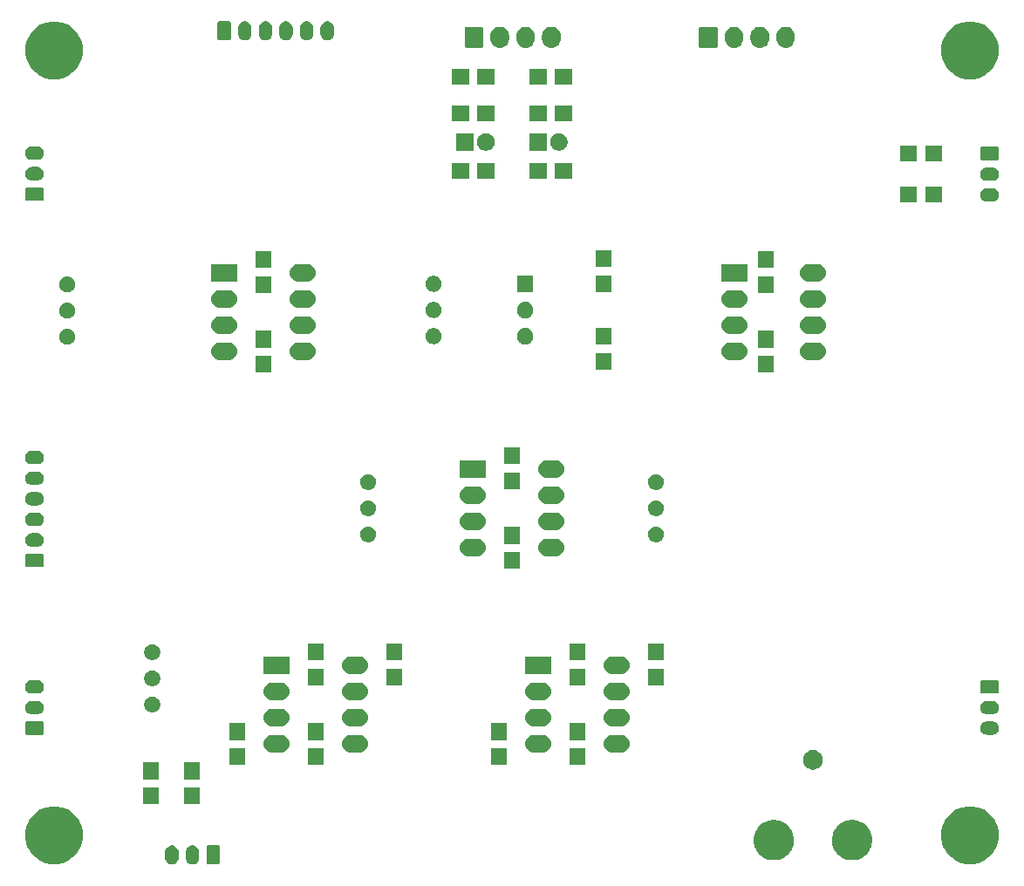
<source format=gbs>
G04 #@! TF.GenerationSoftware,KiCad,Pcbnew,(5.1.2)-1*
G04 #@! TF.CreationDate,2019-05-14T15:53:23-07:00*
G04 #@! TF.ProjectId,triumph_main,74726975-6d70-4685-9f6d-61696e2e6b69,A*
G04 #@! TF.SameCoordinates,Original*
G04 #@! TF.FileFunction,Soldermask,Bot*
G04 #@! TF.FilePolarity,Negative*
%FSLAX46Y46*%
G04 Gerber Fmt 4.6, Leading zero omitted, Abs format (unit mm)*
G04 Created by KiCad (PCBNEW (5.1.2)-1) date 2019-05-14 15:53:23*
%MOMM*%
%LPD*%
G04 APERTURE LIST*
%ADD10C,0.100000*%
G04 APERTURE END LIST*
D10*
G36*
X111633618Y-139164420D02*
G01*
X111714400Y-139188925D01*
X111756336Y-139201646D01*
X111869425Y-139262094D01*
X111968554Y-139343446D01*
X112049906Y-139442575D01*
X112110354Y-139555664D01*
X112110355Y-139555668D01*
X112147580Y-139678382D01*
X112157000Y-139774027D01*
X112157000Y-140387973D01*
X112147580Y-140483618D01*
X112120040Y-140574404D01*
X112110354Y-140606336D01*
X112049906Y-140719425D01*
X111968554Y-140818553D01*
X111869424Y-140899906D01*
X111756335Y-140960354D01*
X111724403Y-140970040D01*
X111633617Y-140997580D01*
X111506000Y-141010149D01*
X111378382Y-140997580D01*
X111287596Y-140970040D01*
X111255664Y-140960354D01*
X111142575Y-140899906D01*
X111043447Y-140818554D01*
X110962094Y-140719424D01*
X110901646Y-140606335D01*
X110880563Y-140536832D01*
X110864420Y-140483617D01*
X110855000Y-140387972D01*
X110855000Y-139774027D01*
X110864420Y-139678382D01*
X110901645Y-139555668D01*
X110901645Y-139555667D01*
X110933957Y-139495217D01*
X110962095Y-139442574D01*
X110975493Y-139426249D01*
X111043447Y-139343446D01*
X111142576Y-139262094D01*
X111255665Y-139201646D01*
X111297601Y-139188925D01*
X111378383Y-139164420D01*
X111506000Y-139151851D01*
X111633618Y-139164420D01*
X111633618Y-139164420D01*
G37*
G36*
X113633618Y-139164420D02*
G01*
X113714400Y-139188925D01*
X113756336Y-139201646D01*
X113869425Y-139262094D01*
X113968554Y-139343446D01*
X114049906Y-139442575D01*
X114110354Y-139555664D01*
X114110355Y-139555668D01*
X114147580Y-139678382D01*
X114157000Y-139774027D01*
X114157000Y-140387973D01*
X114147580Y-140483618D01*
X114120040Y-140574404D01*
X114110354Y-140606336D01*
X114049906Y-140719425D01*
X113968554Y-140818553D01*
X113869424Y-140899906D01*
X113756335Y-140960354D01*
X113724403Y-140970040D01*
X113633617Y-140997580D01*
X113506000Y-141010149D01*
X113378382Y-140997580D01*
X113287596Y-140970040D01*
X113255664Y-140960354D01*
X113142575Y-140899906D01*
X113043447Y-140818554D01*
X112962094Y-140719424D01*
X112901646Y-140606335D01*
X112880563Y-140536832D01*
X112864420Y-140483617D01*
X112855000Y-140387972D01*
X112855000Y-139774027D01*
X112864420Y-139678382D01*
X112901645Y-139555668D01*
X112901645Y-139555667D01*
X112933957Y-139495217D01*
X112962095Y-139442574D01*
X112975493Y-139426249D01*
X113043447Y-139343446D01*
X113142576Y-139262094D01*
X113255665Y-139201646D01*
X113297601Y-139188925D01*
X113378383Y-139164420D01*
X113506000Y-139151851D01*
X113633618Y-139164420D01*
X113633618Y-139164420D01*
G37*
G36*
X115997242Y-139159404D02*
G01*
X116034337Y-139170657D01*
X116068515Y-139188925D01*
X116098481Y-139213519D01*
X116123075Y-139243485D01*
X116141343Y-139277663D01*
X116152596Y-139314758D01*
X116157000Y-139359474D01*
X116157000Y-140802526D01*
X116152596Y-140847242D01*
X116141343Y-140884337D01*
X116123075Y-140918515D01*
X116098481Y-140948481D01*
X116068515Y-140973075D01*
X116034337Y-140991343D01*
X115997242Y-141002596D01*
X115952526Y-141007000D01*
X115059474Y-141007000D01*
X115014758Y-141002596D01*
X114977663Y-140991343D01*
X114943485Y-140973075D01*
X114913519Y-140948481D01*
X114888925Y-140918515D01*
X114870657Y-140884337D01*
X114859404Y-140847242D01*
X114855000Y-140802526D01*
X114855000Y-139359474D01*
X114859404Y-139314758D01*
X114870657Y-139277663D01*
X114888925Y-139243485D01*
X114913519Y-139213519D01*
X114943485Y-139188925D01*
X114977663Y-139170657D01*
X115014758Y-139159404D01*
X115059474Y-139155000D01*
X115952526Y-139155000D01*
X115997242Y-139159404D01*
X115997242Y-139159404D01*
G37*
G36*
X189793021Y-135482640D02*
G01*
X190302769Y-135693785D01*
X190302771Y-135693786D01*
X190761534Y-136000321D01*
X191151679Y-136390466D01*
X191408728Y-136775168D01*
X191458215Y-136849231D01*
X191669360Y-137358979D01*
X191777000Y-137900124D01*
X191777000Y-138451876D01*
X191669360Y-138993021D01*
X191483148Y-139442575D01*
X191458214Y-139502771D01*
X191151679Y-139961534D01*
X190761534Y-140351679D01*
X190302771Y-140658214D01*
X190302770Y-140658215D01*
X190302769Y-140658215D01*
X189793021Y-140869360D01*
X189251876Y-140977000D01*
X188700124Y-140977000D01*
X188158979Y-140869360D01*
X187649231Y-140658215D01*
X187649230Y-140658215D01*
X187649229Y-140658214D01*
X187190466Y-140351679D01*
X186800321Y-139961534D01*
X186493786Y-139502771D01*
X186468852Y-139442575D01*
X186282640Y-138993021D01*
X186175000Y-138451876D01*
X186175000Y-137900124D01*
X186282640Y-137358979D01*
X186493785Y-136849231D01*
X186543272Y-136775168D01*
X186800321Y-136390466D01*
X187190466Y-136000321D01*
X187649229Y-135693786D01*
X187649231Y-135693785D01*
X188158979Y-135482640D01*
X188700124Y-135375000D01*
X189251876Y-135375000D01*
X189793021Y-135482640D01*
X189793021Y-135482640D01*
G37*
G36*
X100893021Y-135482640D02*
G01*
X101402769Y-135693785D01*
X101402771Y-135693786D01*
X101861534Y-136000321D01*
X102251679Y-136390466D01*
X102508728Y-136775168D01*
X102558215Y-136849231D01*
X102769360Y-137358979D01*
X102877000Y-137900124D01*
X102877000Y-138451876D01*
X102769360Y-138993021D01*
X102583148Y-139442575D01*
X102558214Y-139502771D01*
X102251679Y-139961534D01*
X101861534Y-140351679D01*
X101402771Y-140658214D01*
X101402770Y-140658215D01*
X101402769Y-140658215D01*
X100893021Y-140869360D01*
X100351876Y-140977000D01*
X99800124Y-140977000D01*
X99258979Y-140869360D01*
X98749231Y-140658215D01*
X98749230Y-140658215D01*
X98749229Y-140658214D01*
X98290466Y-140351679D01*
X97900321Y-139961534D01*
X97593786Y-139502771D01*
X97568852Y-139442575D01*
X97382640Y-138993021D01*
X97275000Y-138451876D01*
X97275000Y-137900124D01*
X97382640Y-137358979D01*
X97593785Y-136849231D01*
X97643272Y-136775168D01*
X97900321Y-136390466D01*
X98290466Y-136000321D01*
X98749229Y-135693786D01*
X98749231Y-135693785D01*
X99258979Y-135482640D01*
X99800124Y-135375000D01*
X100351876Y-135375000D01*
X100893021Y-135482640D01*
X100893021Y-135482640D01*
G37*
G36*
X177980579Y-136750112D02*
G01*
X178106544Y-136775168D01*
X178253991Y-136836243D01*
X178462512Y-136922615D01*
X178462513Y-136922616D01*
X178782877Y-137136676D01*
X179055324Y-137409123D01*
X179198355Y-137623184D01*
X179269385Y-137729488D01*
X179416832Y-138085457D01*
X179492000Y-138463349D01*
X179492000Y-138848651D01*
X179441888Y-139100579D01*
X179416832Y-139226544D01*
X179380292Y-139314758D01*
X179269385Y-139582512D01*
X179205325Y-139678384D01*
X179055324Y-139902877D01*
X178782877Y-140175324D01*
X178568816Y-140318355D01*
X178462512Y-140389385D01*
X178253991Y-140475757D01*
X178106544Y-140536832D01*
X177980579Y-140561888D01*
X177728651Y-140612000D01*
X177343349Y-140612000D01*
X177091421Y-140561888D01*
X176965456Y-140536832D01*
X176818009Y-140475757D01*
X176609488Y-140389385D01*
X176503184Y-140318355D01*
X176289123Y-140175324D01*
X176016676Y-139902877D01*
X175866675Y-139678384D01*
X175802615Y-139582512D01*
X175691708Y-139314758D01*
X175655168Y-139226544D01*
X175630112Y-139100579D01*
X175580000Y-138848651D01*
X175580000Y-138463349D01*
X175655168Y-138085457D01*
X175802615Y-137729488D01*
X175873645Y-137623184D01*
X176016676Y-137409123D01*
X176289123Y-137136676D01*
X176609487Y-136922616D01*
X176609488Y-136922615D01*
X176818009Y-136836243D01*
X176965456Y-136775168D01*
X177091421Y-136750112D01*
X177343349Y-136700000D01*
X177728651Y-136700000D01*
X177980579Y-136750112D01*
X177980579Y-136750112D01*
G37*
G36*
X170380579Y-136750112D02*
G01*
X170506544Y-136775168D01*
X170653991Y-136836243D01*
X170862512Y-136922615D01*
X170862513Y-136922616D01*
X171182877Y-137136676D01*
X171455324Y-137409123D01*
X171598355Y-137623184D01*
X171669385Y-137729488D01*
X171816832Y-138085457D01*
X171892000Y-138463349D01*
X171892000Y-138848651D01*
X171841888Y-139100579D01*
X171816832Y-139226544D01*
X171780292Y-139314758D01*
X171669385Y-139582512D01*
X171605325Y-139678384D01*
X171455324Y-139902877D01*
X171182877Y-140175324D01*
X170968816Y-140318355D01*
X170862512Y-140389385D01*
X170653991Y-140475757D01*
X170506544Y-140536832D01*
X170380579Y-140561888D01*
X170128651Y-140612000D01*
X169743349Y-140612000D01*
X169491421Y-140561888D01*
X169365456Y-140536832D01*
X169218009Y-140475757D01*
X169009488Y-140389385D01*
X168903184Y-140318355D01*
X168689123Y-140175324D01*
X168416676Y-139902877D01*
X168266675Y-139678384D01*
X168202615Y-139582512D01*
X168091708Y-139314758D01*
X168055168Y-139226544D01*
X168030112Y-139100579D01*
X167980000Y-138848651D01*
X167980000Y-138463349D01*
X168055168Y-138085457D01*
X168202615Y-137729488D01*
X168273645Y-137623184D01*
X168416676Y-137409123D01*
X168689123Y-137136676D01*
X169009487Y-136922616D01*
X169009488Y-136922615D01*
X169218009Y-136836243D01*
X169365456Y-136775168D01*
X169491421Y-136750112D01*
X169743349Y-136700000D01*
X170128651Y-136700000D01*
X170380579Y-136750112D01*
X170380579Y-136750112D01*
G37*
G36*
X114227000Y-135192000D02*
G01*
X112725000Y-135192000D01*
X112725000Y-133540000D01*
X114227000Y-133540000D01*
X114227000Y-135192000D01*
X114227000Y-135192000D01*
G37*
G36*
X110227000Y-135192000D02*
G01*
X108725000Y-135192000D01*
X108725000Y-133540000D01*
X110227000Y-133540000D01*
X110227000Y-135192000D01*
X110227000Y-135192000D01*
G37*
G36*
X114227000Y-132742000D02*
G01*
X112725000Y-132742000D01*
X112725000Y-131090000D01*
X114227000Y-131090000D01*
X114227000Y-132742000D01*
X114227000Y-132742000D01*
G37*
G36*
X110227000Y-132742000D02*
G01*
X108725000Y-132742000D01*
X108725000Y-131090000D01*
X110227000Y-131090000D01*
X110227000Y-132742000D01*
X110227000Y-132742000D01*
G37*
G36*
X174013395Y-129941546D02*
G01*
X174186466Y-130013234D01*
X174186467Y-130013235D01*
X174342227Y-130117310D01*
X174474690Y-130249773D01*
X174474691Y-130249775D01*
X174578766Y-130405534D01*
X174650454Y-130578605D01*
X174687000Y-130762333D01*
X174687000Y-130949667D01*
X174650454Y-131133395D01*
X174578766Y-131306466D01*
X174578765Y-131306467D01*
X174474690Y-131462227D01*
X174342227Y-131594690D01*
X174263818Y-131647081D01*
X174186466Y-131698766D01*
X174013395Y-131770454D01*
X173829667Y-131807000D01*
X173642333Y-131807000D01*
X173458605Y-131770454D01*
X173285534Y-131698766D01*
X173208182Y-131647081D01*
X173129773Y-131594690D01*
X172997310Y-131462227D01*
X172893235Y-131306467D01*
X172893234Y-131306466D01*
X172821546Y-131133395D01*
X172785000Y-130949667D01*
X172785000Y-130762333D01*
X172821546Y-130578605D01*
X172893234Y-130405534D01*
X172997309Y-130249775D01*
X172997310Y-130249773D01*
X173129773Y-130117310D01*
X173285533Y-130013235D01*
X173285534Y-130013234D01*
X173458605Y-129941546D01*
X173642333Y-129905000D01*
X173829667Y-129905000D01*
X174013395Y-129941546D01*
X174013395Y-129941546D01*
G37*
G36*
X118607000Y-131382000D02*
G01*
X117105000Y-131382000D01*
X117105000Y-129730000D01*
X118607000Y-129730000D01*
X118607000Y-131382000D01*
X118607000Y-131382000D01*
G37*
G36*
X126227000Y-131382000D02*
G01*
X124725000Y-131382000D01*
X124725000Y-129730000D01*
X126227000Y-129730000D01*
X126227000Y-131382000D01*
X126227000Y-131382000D01*
G37*
G36*
X151627000Y-131382000D02*
G01*
X150125000Y-131382000D01*
X150125000Y-129730000D01*
X151627000Y-129730000D01*
X151627000Y-131382000D01*
X151627000Y-131382000D01*
G37*
G36*
X144007000Y-131382000D02*
G01*
X142505000Y-131382000D01*
X142505000Y-129730000D01*
X144007000Y-129730000D01*
X144007000Y-131382000D01*
X144007000Y-131382000D01*
G37*
G36*
X147632823Y-128447313D02*
G01*
X147793242Y-128495976D01*
X147925906Y-128566886D01*
X147941078Y-128574996D01*
X148070659Y-128681341D01*
X148177004Y-128810922D01*
X148177005Y-128810924D01*
X148256024Y-128958758D01*
X148304687Y-129119177D01*
X148321117Y-129286000D01*
X148304687Y-129452823D01*
X148256024Y-129613242D01*
X148193615Y-129730000D01*
X148177004Y-129761078D01*
X148070659Y-129890659D01*
X147941078Y-129997004D01*
X147941076Y-129997005D01*
X147793242Y-130076024D01*
X147632823Y-130124687D01*
X147507804Y-130137000D01*
X146624196Y-130137000D01*
X146499177Y-130124687D01*
X146338758Y-130076024D01*
X146190924Y-129997005D01*
X146190922Y-129997004D01*
X146061341Y-129890659D01*
X145954996Y-129761078D01*
X145938385Y-129730000D01*
X145875976Y-129613242D01*
X145827313Y-129452823D01*
X145810883Y-129286000D01*
X145827313Y-129119177D01*
X145875976Y-128958758D01*
X145954995Y-128810924D01*
X145954996Y-128810922D01*
X146061341Y-128681341D01*
X146190922Y-128574996D01*
X146206094Y-128566886D01*
X146338758Y-128495976D01*
X146499177Y-128447313D01*
X146624196Y-128435000D01*
X147507804Y-128435000D01*
X147632823Y-128447313D01*
X147632823Y-128447313D01*
G37*
G36*
X155252823Y-128447313D02*
G01*
X155413242Y-128495976D01*
X155545906Y-128566886D01*
X155561078Y-128574996D01*
X155690659Y-128681341D01*
X155797004Y-128810922D01*
X155797005Y-128810924D01*
X155876024Y-128958758D01*
X155924687Y-129119177D01*
X155941117Y-129286000D01*
X155924687Y-129452823D01*
X155876024Y-129613242D01*
X155813615Y-129730000D01*
X155797004Y-129761078D01*
X155690659Y-129890659D01*
X155561078Y-129997004D01*
X155561076Y-129997005D01*
X155413242Y-130076024D01*
X155252823Y-130124687D01*
X155127804Y-130137000D01*
X154244196Y-130137000D01*
X154119177Y-130124687D01*
X153958758Y-130076024D01*
X153810924Y-129997005D01*
X153810922Y-129997004D01*
X153681341Y-129890659D01*
X153574996Y-129761078D01*
X153558385Y-129730000D01*
X153495976Y-129613242D01*
X153447313Y-129452823D01*
X153430883Y-129286000D01*
X153447313Y-129119177D01*
X153495976Y-128958758D01*
X153574995Y-128810924D01*
X153574996Y-128810922D01*
X153681341Y-128681341D01*
X153810922Y-128574996D01*
X153826094Y-128566886D01*
X153958758Y-128495976D01*
X154119177Y-128447313D01*
X154244196Y-128435000D01*
X155127804Y-128435000D01*
X155252823Y-128447313D01*
X155252823Y-128447313D01*
G37*
G36*
X122232823Y-128447313D02*
G01*
X122393242Y-128495976D01*
X122525906Y-128566886D01*
X122541078Y-128574996D01*
X122670659Y-128681341D01*
X122777004Y-128810922D01*
X122777005Y-128810924D01*
X122856024Y-128958758D01*
X122904687Y-129119177D01*
X122921117Y-129286000D01*
X122904687Y-129452823D01*
X122856024Y-129613242D01*
X122793615Y-129730000D01*
X122777004Y-129761078D01*
X122670659Y-129890659D01*
X122541078Y-129997004D01*
X122541076Y-129997005D01*
X122393242Y-130076024D01*
X122232823Y-130124687D01*
X122107804Y-130137000D01*
X121224196Y-130137000D01*
X121099177Y-130124687D01*
X120938758Y-130076024D01*
X120790924Y-129997005D01*
X120790922Y-129997004D01*
X120661341Y-129890659D01*
X120554996Y-129761078D01*
X120538385Y-129730000D01*
X120475976Y-129613242D01*
X120427313Y-129452823D01*
X120410883Y-129286000D01*
X120427313Y-129119177D01*
X120475976Y-128958758D01*
X120554995Y-128810924D01*
X120554996Y-128810922D01*
X120661341Y-128681341D01*
X120790922Y-128574996D01*
X120806094Y-128566886D01*
X120938758Y-128495976D01*
X121099177Y-128447313D01*
X121224196Y-128435000D01*
X122107804Y-128435000D01*
X122232823Y-128447313D01*
X122232823Y-128447313D01*
G37*
G36*
X129852823Y-128447313D02*
G01*
X130013242Y-128495976D01*
X130145906Y-128566886D01*
X130161078Y-128574996D01*
X130290659Y-128681341D01*
X130397004Y-128810922D01*
X130397005Y-128810924D01*
X130476024Y-128958758D01*
X130524687Y-129119177D01*
X130541117Y-129286000D01*
X130524687Y-129452823D01*
X130476024Y-129613242D01*
X130413615Y-129730000D01*
X130397004Y-129761078D01*
X130290659Y-129890659D01*
X130161078Y-129997004D01*
X130161076Y-129997005D01*
X130013242Y-130076024D01*
X129852823Y-130124687D01*
X129727804Y-130137000D01*
X128844196Y-130137000D01*
X128719177Y-130124687D01*
X128558758Y-130076024D01*
X128410924Y-129997005D01*
X128410922Y-129997004D01*
X128281341Y-129890659D01*
X128174996Y-129761078D01*
X128158385Y-129730000D01*
X128095976Y-129613242D01*
X128047313Y-129452823D01*
X128030883Y-129286000D01*
X128047313Y-129119177D01*
X128095976Y-128958758D01*
X128174995Y-128810924D01*
X128174996Y-128810922D01*
X128281341Y-128681341D01*
X128410922Y-128574996D01*
X128426094Y-128566886D01*
X128558758Y-128495976D01*
X128719177Y-128447313D01*
X128844196Y-128435000D01*
X129727804Y-128435000D01*
X129852823Y-128447313D01*
X129852823Y-128447313D01*
G37*
G36*
X144007000Y-128932000D02*
G01*
X142505000Y-128932000D01*
X142505000Y-127280000D01*
X144007000Y-127280000D01*
X144007000Y-128932000D01*
X144007000Y-128932000D01*
G37*
G36*
X151627000Y-128932000D02*
G01*
X150125000Y-128932000D01*
X150125000Y-127280000D01*
X151627000Y-127280000D01*
X151627000Y-128932000D01*
X151627000Y-128932000D01*
G37*
G36*
X118607000Y-128932000D02*
G01*
X117105000Y-128932000D01*
X117105000Y-127280000D01*
X118607000Y-127280000D01*
X118607000Y-128932000D01*
X118607000Y-128932000D01*
G37*
G36*
X126227000Y-128932000D02*
G01*
X124725000Y-128932000D01*
X124725000Y-127280000D01*
X126227000Y-127280000D01*
X126227000Y-128932000D01*
X126227000Y-128932000D01*
G37*
G36*
X191219855Y-127123140D02*
G01*
X191283618Y-127129420D01*
X191364400Y-127153925D01*
X191406336Y-127166646D01*
X191519425Y-127227094D01*
X191618554Y-127308446D01*
X191699906Y-127407575D01*
X191760354Y-127520664D01*
X191760355Y-127520668D01*
X191797580Y-127643382D01*
X191810149Y-127771000D01*
X191797580Y-127898618D01*
X191770040Y-127989404D01*
X191760354Y-128021336D01*
X191699906Y-128134425D01*
X191618554Y-128233554D01*
X191519425Y-128314906D01*
X191406336Y-128375354D01*
X191374404Y-128385040D01*
X191283618Y-128412580D01*
X191219855Y-128418860D01*
X191187974Y-128422000D01*
X190574026Y-128422000D01*
X190542145Y-128418860D01*
X190478382Y-128412580D01*
X190387596Y-128385040D01*
X190355664Y-128375354D01*
X190242575Y-128314906D01*
X190143446Y-128233554D01*
X190062094Y-128134425D01*
X190001646Y-128021336D01*
X189991960Y-127989404D01*
X189964420Y-127898618D01*
X189951851Y-127771000D01*
X189964420Y-127643382D01*
X190001645Y-127520668D01*
X190001646Y-127520664D01*
X190062094Y-127407575D01*
X190143446Y-127308446D01*
X190242575Y-127227094D01*
X190355664Y-127166646D01*
X190397600Y-127153925D01*
X190478382Y-127129420D01*
X190542145Y-127123140D01*
X190574026Y-127120000D01*
X191187974Y-127120000D01*
X191219855Y-127123140D01*
X191219855Y-127123140D01*
G37*
G36*
X98937242Y-127124404D02*
G01*
X98974337Y-127135657D01*
X99008515Y-127153925D01*
X99038481Y-127178519D01*
X99063075Y-127208485D01*
X99081343Y-127242663D01*
X99092596Y-127279758D01*
X99097000Y-127324474D01*
X99097000Y-128217526D01*
X99092596Y-128262242D01*
X99081343Y-128299337D01*
X99063075Y-128333515D01*
X99038481Y-128363481D01*
X99008515Y-128388075D01*
X98974337Y-128406343D01*
X98937242Y-128417596D01*
X98892526Y-128422000D01*
X97449474Y-128422000D01*
X97404758Y-128417596D01*
X97367663Y-128406343D01*
X97333485Y-128388075D01*
X97303519Y-128363481D01*
X97278925Y-128333515D01*
X97260657Y-128299337D01*
X97249404Y-128262242D01*
X97245000Y-128217526D01*
X97245000Y-127324474D01*
X97249404Y-127279758D01*
X97260657Y-127242663D01*
X97278925Y-127208485D01*
X97303519Y-127178519D01*
X97333485Y-127153925D01*
X97367663Y-127135657D01*
X97404758Y-127124404D01*
X97449474Y-127120000D01*
X98892526Y-127120000D01*
X98937242Y-127124404D01*
X98937242Y-127124404D01*
G37*
G36*
X122232823Y-125907313D02*
G01*
X122393242Y-125955976D01*
X122515514Y-126021332D01*
X122541078Y-126034996D01*
X122670659Y-126141341D01*
X122777004Y-126270922D01*
X122777005Y-126270924D01*
X122856024Y-126418758D01*
X122856025Y-126418761D01*
X122865083Y-126448620D01*
X122904687Y-126579177D01*
X122921117Y-126746000D01*
X122904687Y-126912823D01*
X122856024Y-127073242D01*
X122806099Y-127166645D01*
X122777004Y-127221078D01*
X122670659Y-127350659D01*
X122541078Y-127457004D01*
X122541076Y-127457005D01*
X122393242Y-127536024D01*
X122232823Y-127584687D01*
X122107804Y-127597000D01*
X121224196Y-127597000D01*
X121099177Y-127584687D01*
X120938758Y-127536024D01*
X120790924Y-127457005D01*
X120790922Y-127457004D01*
X120661341Y-127350659D01*
X120554996Y-127221078D01*
X120525901Y-127166645D01*
X120475976Y-127073242D01*
X120427313Y-126912823D01*
X120410883Y-126746000D01*
X120427313Y-126579177D01*
X120466917Y-126448620D01*
X120475975Y-126418761D01*
X120475976Y-126418758D01*
X120554995Y-126270924D01*
X120554996Y-126270922D01*
X120661341Y-126141341D01*
X120790922Y-126034996D01*
X120816486Y-126021332D01*
X120938758Y-125955976D01*
X121099177Y-125907313D01*
X121224196Y-125895000D01*
X122107804Y-125895000D01*
X122232823Y-125907313D01*
X122232823Y-125907313D01*
G37*
G36*
X147632823Y-125907313D02*
G01*
X147793242Y-125955976D01*
X147915514Y-126021332D01*
X147941078Y-126034996D01*
X148070659Y-126141341D01*
X148177004Y-126270922D01*
X148177005Y-126270924D01*
X148256024Y-126418758D01*
X148256025Y-126418761D01*
X148265083Y-126448620D01*
X148304687Y-126579177D01*
X148321117Y-126746000D01*
X148304687Y-126912823D01*
X148256024Y-127073242D01*
X148206099Y-127166645D01*
X148177004Y-127221078D01*
X148070659Y-127350659D01*
X147941078Y-127457004D01*
X147941076Y-127457005D01*
X147793242Y-127536024D01*
X147632823Y-127584687D01*
X147507804Y-127597000D01*
X146624196Y-127597000D01*
X146499177Y-127584687D01*
X146338758Y-127536024D01*
X146190924Y-127457005D01*
X146190922Y-127457004D01*
X146061341Y-127350659D01*
X145954996Y-127221078D01*
X145925901Y-127166645D01*
X145875976Y-127073242D01*
X145827313Y-126912823D01*
X145810883Y-126746000D01*
X145827313Y-126579177D01*
X145866917Y-126448620D01*
X145875975Y-126418761D01*
X145875976Y-126418758D01*
X145954995Y-126270924D01*
X145954996Y-126270922D01*
X146061341Y-126141341D01*
X146190922Y-126034996D01*
X146216486Y-126021332D01*
X146338758Y-125955976D01*
X146499177Y-125907313D01*
X146624196Y-125895000D01*
X147507804Y-125895000D01*
X147632823Y-125907313D01*
X147632823Y-125907313D01*
G37*
G36*
X155252823Y-125907313D02*
G01*
X155413242Y-125955976D01*
X155535514Y-126021332D01*
X155561078Y-126034996D01*
X155690659Y-126141341D01*
X155797004Y-126270922D01*
X155797005Y-126270924D01*
X155876024Y-126418758D01*
X155876025Y-126418761D01*
X155885083Y-126448620D01*
X155924687Y-126579177D01*
X155941117Y-126746000D01*
X155924687Y-126912823D01*
X155876024Y-127073242D01*
X155826099Y-127166645D01*
X155797004Y-127221078D01*
X155690659Y-127350659D01*
X155561078Y-127457004D01*
X155561076Y-127457005D01*
X155413242Y-127536024D01*
X155252823Y-127584687D01*
X155127804Y-127597000D01*
X154244196Y-127597000D01*
X154119177Y-127584687D01*
X153958758Y-127536024D01*
X153810924Y-127457005D01*
X153810922Y-127457004D01*
X153681341Y-127350659D01*
X153574996Y-127221078D01*
X153545901Y-127166645D01*
X153495976Y-127073242D01*
X153447313Y-126912823D01*
X153430883Y-126746000D01*
X153447313Y-126579177D01*
X153486917Y-126448620D01*
X153495975Y-126418761D01*
X153495976Y-126418758D01*
X153574995Y-126270924D01*
X153574996Y-126270922D01*
X153681341Y-126141341D01*
X153810922Y-126034996D01*
X153836486Y-126021332D01*
X153958758Y-125955976D01*
X154119177Y-125907313D01*
X154244196Y-125895000D01*
X155127804Y-125895000D01*
X155252823Y-125907313D01*
X155252823Y-125907313D01*
G37*
G36*
X129852823Y-125907313D02*
G01*
X130013242Y-125955976D01*
X130135514Y-126021332D01*
X130161078Y-126034996D01*
X130290659Y-126141341D01*
X130397004Y-126270922D01*
X130397005Y-126270924D01*
X130476024Y-126418758D01*
X130476025Y-126418761D01*
X130485083Y-126448620D01*
X130524687Y-126579177D01*
X130541117Y-126746000D01*
X130524687Y-126912823D01*
X130476024Y-127073242D01*
X130426099Y-127166645D01*
X130397004Y-127221078D01*
X130290659Y-127350659D01*
X130161078Y-127457004D01*
X130161076Y-127457005D01*
X130013242Y-127536024D01*
X129852823Y-127584687D01*
X129727804Y-127597000D01*
X128844196Y-127597000D01*
X128719177Y-127584687D01*
X128558758Y-127536024D01*
X128410924Y-127457005D01*
X128410922Y-127457004D01*
X128281341Y-127350659D01*
X128174996Y-127221078D01*
X128145901Y-127166645D01*
X128095976Y-127073242D01*
X128047313Y-126912823D01*
X128030883Y-126746000D01*
X128047313Y-126579177D01*
X128086917Y-126448620D01*
X128095975Y-126418761D01*
X128095976Y-126418758D01*
X128174995Y-126270924D01*
X128174996Y-126270922D01*
X128281341Y-126141341D01*
X128410922Y-126034996D01*
X128436486Y-126021332D01*
X128558758Y-125955976D01*
X128719177Y-125907313D01*
X128844196Y-125895000D01*
X129727804Y-125895000D01*
X129852823Y-125907313D01*
X129852823Y-125907313D01*
G37*
G36*
X98509855Y-125123140D02*
G01*
X98573618Y-125129420D01*
X98664404Y-125156960D01*
X98696336Y-125166646D01*
X98809425Y-125227094D01*
X98908554Y-125308446D01*
X98989906Y-125407575D01*
X99050354Y-125520664D01*
X99050355Y-125520668D01*
X99087580Y-125643382D01*
X99100149Y-125771000D01*
X99087580Y-125898618D01*
X99066690Y-125967483D01*
X99050354Y-126021336D01*
X98989906Y-126134425D01*
X98908554Y-126233554D01*
X98809425Y-126314906D01*
X98696336Y-126375354D01*
X98664404Y-126385040D01*
X98573618Y-126412580D01*
X98510890Y-126418758D01*
X98477974Y-126422000D01*
X97864026Y-126422000D01*
X97831110Y-126418758D01*
X97768382Y-126412580D01*
X97677596Y-126385040D01*
X97645664Y-126375354D01*
X97532575Y-126314906D01*
X97433446Y-126233554D01*
X97352094Y-126134425D01*
X97291646Y-126021336D01*
X97275310Y-125967483D01*
X97254420Y-125898618D01*
X97241851Y-125771000D01*
X97254420Y-125643382D01*
X97291645Y-125520668D01*
X97291646Y-125520664D01*
X97352094Y-125407575D01*
X97433446Y-125308446D01*
X97532575Y-125227094D01*
X97645664Y-125166646D01*
X97677596Y-125156960D01*
X97768382Y-125129420D01*
X97832145Y-125123140D01*
X97864026Y-125120000D01*
X98477974Y-125120000D01*
X98509855Y-125123140D01*
X98509855Y-125123140D01*
G37*
G36*
X191219855Y-125123140D02*
G01*
X191283618Y-125129420D01*
X191374404Y-125156960D01*
X191406336Y-125166646D01*
X191519425Y-125227094D01*
X191618554Y-125308446D01*
X191699906Y-125407575D01*
X191760354Y-125520664D01*
X191760355Y-125520668D01*
X191797580Y-125643382D01*
X191810149Y-125771000D01*
X191797580Y-125898618D01*
X191776690Y-125967483D01*
X191760354Y-126021336D01*
X191699906Y-126134425D01*
X191618554Y-126233554D01*
X191519425Y-126314906D01*
X191406336Y-126375354D01*
X191374404Y-126385040D01*
X191283618Y-126412580D01*
X191220890Y-126418758D01*
X191187974Y-126422000D01*
X190574026Y-126422000D01*
X190541110Y-126418758D01*
X190478382Y-126412580D01*
X190387596Y-126385040D01*
X190355664Y-126375354D01*
X190242575Y-126314906D01*
X190143446Y-126233554D01*
X190062094Y-126134425D01*
X190001646Y-126021336D01*
X189985310Y-125967483D01*
X189964420Y-125898618D01*
X189951851Y-125771000D01*
X189964420Y-125643382D01*
X190001645Y-125520668D01*
X190001646Y-125520664D01*
X190062094Y-125407575D01*
X190143446Y-125308446D01*
X190242575Y-125227094D01*
X190355664Y-125166646D01*
X190387596Y-125156960D01*
X190478382Y-125129420D01*
X190542145Y-125123140D01*
X190574026Y-125120000D01*
X191187974Y-125120000D01*
X191219855Y-125123140D01*
X191219855Y-125123140D01*
G37*
G36*
X109726589Y-124714876D02*
G01*
X109825893Y-124734629D01*
X109966206Y-124792748D01*
X110092484Y-124877125D01*
X110199875Y-124984516D01*
X110284252Y-125110794D01*
X110342371Y-125251107D01*
X110372000Y-125400063D01*
X110372000Y-125551937D01*
X110342371Y-125700893D01*
X110284252Y-125841206D01*
X110199875Y-125967484D01*
X110092484Y-126074875D01*
X109966206Y-126159252D01*
X109825893Y-126217371D01*
X109744540Y-126233553D01*
X109676938Y-126247000D01*
X109525062Y-126247000D01*
X109457460Y-126233553D01*
X109376107Y-126217371D01*
X109235794Y-126159252D01*
X109109516Y-126074875D01*
X109002125Y-125967484D01*
X108917748Y-125841206D01*
X108859629Y-125700893D01*
X108830000Y-125551937D01*
X108830000Y-125400063D01*
X108859629Y-125251107D01*
X108917748Y-125110794D01*
X109002125Y-124984516D01*
X109109516Y-124877125D01*
X109235794Y-124792748D01*
X109376107Y-124734629D01*
X109475411Y-124714876D01*
X109525062Y-124705000D01*
X109676938Y-124705000D01*
X109726589Y-124714876D01*
X109726589Y-124714876D01*
G37*
G36*
X122232823Y-123367313D02*
G01*
X122393242Y-123415976D01*
X122525906Y-123486886D01*
X122541078Y-123494996D01*
X122670659Y-123601341D01*
X122777004Y-123730922D01*
X122777005Y-123730924D01*
X122856024Y-123878758D01*
X122904687Y-124039177D01*
X122921117Y-124206000D01*
X122904687Y-124372823D01*
X122856024Y-124533242D01*
X122785114Y-124665906D01*
X122777004Y-124681078D01*
X122670659Y-124810659D01*
X122541078Y-124917004D01*
X122541076Y-124917005D01*
X122393242Y-124996024D01*
X122232823Y-125044687D01*
X122107804Y-125057000D01*
X121224196Y-125057000D01*
X121099177Y-125044687D01*
X120938758Y-124996024D01*
X120790924Y-124917005D01*
X120790922Y-124917004D01*
X120661341Y-124810659D01*
X120554996Y-124681078D01*
X120546886Y-124665906D01*
X120475976Y-124533242D01*
X120427313Y-124372823D01*
X120410883Y-124206000D01*
X120427313Y-124039177D01*
X120475976Y-123878758D01*
X120554995Y-123730924D01*
X120554996Y-123730922D01*
X120661341Y-123601341D01*
X120790922Y-123494996D01*
X120806094Y-123486886D01*
X120938758Y-123415976D01*
X121099177Y-123367313D01*
X121224196Y-123355000D01*
X122107804Y-123355000D01*
X122232823Y-123367313D01*
X122232823Y-123367313D01*
G37*
G36*
X129852823Y-123367313D02*
G01*
X130013242Y-123415976D01*
X130145906Y-123486886D01*
X130161078Y-123494996D01*
X130290659Y-123601341D01*
X130397004Y-123730922D01*
X130397005Y-123730924D01*
X130476024Y-123878758D01*
X130524687Y-124039177D01*
X130541117Y-124206000D01*
X130524687Y-124372823D01*
X130476024Y-124533242D01*
X130405114Y-124665906D01*
X130397004Y-124681078D01*
X130290659Y-124810659D01*
X130161078Y-124917004D01*
X130161076Y-124917005D01*
X130013242Y-124996024D01*
X129852823Y-125044687D01*
X129727804Y-125057000D01*
X128844196Y-125057000D01*
X128719177Y-125044687D01*
X128558758Y-124996024D01*
X128410924Y-124917005D01*
X128410922Y-124917004D01*
X128281341Y-124810659D01*
X128174996Y-124681078D01*
X128166886Y-124665906D01*
X128095976Y-124533242D01*
X128047313Y-124372823D01*
X128030883Y-124206000D01*
X128047313Y-124039177D01*
X128095976Y-123878758D01*
X128174995Y-123730924D01*
X128174996Y-123730922D01*
X128281341Y-123601341D01*
X128410922Y-123494996D01*
X128426094Y-123486886D01*
X128558758Y-123415976D01*
X128719177Y-123367313D01*
X128844196Y-123355000D01*
X129727804Y-123355000D01*
X129852823Y-123367313D01*
X129852823Y-123367313D01*
G37*
G36*
X147632823Y-123367313D02*
G01*
X147793242Y-123415976D01*
X147925906Y-123486886D01*
X147941078Y-123494996D01*
X148070659Y-123601341D01*
X148177004Y-123730922D01*
X148177005Y-123730924D01*
X148256024Y-123878758D01*
X148304687Y-124039177D01*
X148321117Y-124206000D01*
X148304687Y-124372823D01*
X148256024Y-124533242D01*
X148185114Y-124665906D01*
X148177004Y-124681078D01*
X148070659Y-124810659D01*
X147941078Y-124917004D01*
X147941076Y-124917005D01*
X147793242Y-124996024D01*
X147632823Y-125044687D01*
X147507804Y-125057000D01*
X146624196Y-125057000D01*
X146499177Y-125044687D01*
X146338758Y-124996024D01*
X146190924Y-124917005D01*
X146190922Y-124917004D01*
X146061341Y-124810659D01*
X145954996Y-124681078D01*
X145946886Y-124665906D01*
X145875976Y-124533242D01*
X145827313Y-124372823D01*
X145810883Y-124206000D01*
X145827313Y-124039177D01*
X145875976Y-123878758D01*
X145954995Y-123730924D01*
X145954996Y-123730922D01*
X146061341Y-123601341D01*
X146190922Y-123494996D01*
X146206094Y-123486886D01*
X146338758Y-123415976D01*
X146499177Y-123367313D01*
X146624196Y-123355000D01*
X147507804Y-123355000D01*
X147632823Y-123367313D01*
X147632823Y-123367313D01*
G37*
G36*
X155252823Y-123367313D02*
G01*
X155413242Y-123415976D01*
X155545906Y-123486886D01*
X155561078Y-123494996D01*
X155690659Y-123601341D01*
X155797004Y-123730922D01*
X155797005Y-123730924D01*
X155876024Y-123878758D01*
X155924687Y-124039177D01*
X155941117Y-124206000D01*
X155924687Y-124372823D01*
X155876024Y-124533242D01*
X155805114Y-124665906D01*
X155797004Y-124681078D01*
X155690659Y-124810659D01*
X155561078Y-124917004D01*
X155561076Y-124917005D01*
X155413242Y-124996024D01*
X155252823Y-125044687D01*
X155127804Y-125057000D01*
X154244196Y-125057000D01*
X154119177Y-125044687D01*
X153958758Y-124996024D01*
X153810924Y-124917005D01*
X153810922Y-124917004D01*
X153681341Y-124810659D01*
X153574996Y-124681078D01*
X153566886Y-124665906D01*
X153495976Y-124533242D01*
X153447313Y-124372823D01*
X153430883Y-124206000D01*
X153447313Y-124039177D01*
X153495976Y-123878758D01*
X153574995Y-123730924D01*
X153574996Y-123730922D01*
X153681341Y-123601341D01*
X153810922Y-123494996D01*
X153826094Y-123486886D01*
X153958758Y-123415976D01*
X154119177Y-123367313D01*
X154244196Y-123355000D01*
X155127804Y-123355000D01*
X155252823Y-123367313D01*
X155252823Y-123367313D01*
G37*
G36*
X191647242Y-123124404D02*
G01*
X191684337Y-123135657D01*
X191718515Y-123153925D01*
X191748481Y-123178519D01*
X191773075Y-123208485D01*
X191791343Y-123242663D01*
X191802596Y-123279758D01*
X191807000Y-123324474D01*
X191807000Y-124217526D01*
X191802596Y-124262242D01*
X191791343Y-124299337D01*
X191773075Y-124333515D01*
X191748481Y-124363481D01*
X191718515Y-124388075D01*
X191684337Y-124406343D01*
X191647242Y-124417596D01*
X191602526Y-124422000D01*
X190159474Y-124422000D01*
X190114758Y-124417596D01*
X190077663Y-124406343D01*
X190043485Y-124388075D01*
X190013519Y-124363481D01*
X189988925Y-124333515D01*
X189970657Y-124299337D01*
X189959404Y-124262242D01*
X189955000Y-124217526D01*
X189955000Y-123324474D01*
X189959404Y-123279758D01*
X189970657Y-123242663D01*
X189988925Y-123208485D01*
X190013519Y-123178519D01*
X190043485Y-123153925D01*
X190077663Y-123135657D01*
X190114758Y-123124404D01*
X190159474Y-123120000D01*
X191602526Y-123120000D01*
X191647242Y-123124404D01*
X191647242Y-123124404D01*
G37*
G36*
X98509855Y-123123140D02*
G01*
X98573618Y-123129420D01*
X98654400Y-123153925D01*
X98696336Y-123166646D01*
X98809425Y-123227094D01*
X98908554Y-123308446D01*
X98989906Y-123407575D01*
X99050354Y-123520664D01*
X99050355Y-123520668D01*
X99087580Y-123643382D01*
X99100149Y-123771000D01*
X99087580Y-123898618D01*
X99060040Y-123989404D01*
X99050354Y-124021336D01*
X98989906Y-124134425D01*
X98908554Y-124233554D01*
X98809425Y-124314906D01*
X98696336Y-124375354D01*
X98664404Y-124385040D01*
X98573618Y-124412580D01*
X98509855Y-124418860D01*
X98477974Y-124422000D01*
X97864026Y-124422000D01*
X97832145Y-124418860D01*
X97768382Y-124412580D01*
X97677596Y-124385040D01*
X97645664Y-124375354D01*
X97532575Y-124314906D01*
X97433446Y-124233554D01*
X97352094Y-124134425D01*
X97291646Y-124021336D01*
X97281960Y-123989404D01*
X97254420Y-123898618D01*
X97241851Y-123771000D01*
X97254420Y-123643382D01*
X97291645Y-123520668D01*
X97291646Y-123520664D01*
X97352094Y-123407575D01*
X97433446Y-123308446D01*
X97532575Y-123227094D01*
X97645664Y-123166646D01*
X97687600Y-123153925D01*
X97768382Y-123129420D01*
X97832145Y-123123140D01*
X97864026Y-123120000D01*
X98477974Y-123120000D01*
X98509855Y-123123140D01*
X98509855Y-123123140D01*
G37*
G36*
X109726589Y-122174876D02*
G01*
X109825893Y-122194629D01*
X109966206Y-122252748D01*
X110092484Y-122337125D01*
X110199875Y-122444516D01*
X110284252Y-122570794D01*
X110342371Y-122711107D01*
X110372000Y-122860063D01*
X110372000Y-123011937D01*
X110342371Y-123160893D01*
X110284252Y-123301206D01*
X110199875Y-123427484D01*
X110092484Y-123534875D01*
X109966206Y-123619252D01*
X109825893Y-123677371D01*
X109726589Y-123697124D01*
X109676938Y-123707000D01*
X109525062Y-123707000D01*
X109475411Y-123697124D01*
X109376107Y-123677371D01*
X109235794Y-123619252D01*
X109109516Y-123534875D01*
X109002125Y-123427484D01*
X108917748Y-123301206D01*
X108859629Y-123160893D01*
X108830000Y-123011937D01*
X108830000Y-122860063D01*
X108859629Y-122711107D01*
X108917748Y-122570794D01*
X109002125Y-122444516D01*
X109109516Y-122337125D01*
X109235794Y-122252748D01*
X109376107Y-122194629D01*
X109475411Y-122174876D01*
X109525062Y-122165000D01*
X109676938Y-122165000D01*
X109726589Y-122174876D01*
X109726589Y-122174876D01*
G37*
G36*
X151627000Y-123672000D02*
G01*
X150125000Y-123672000D01*
X150125000Y-122020000D01*
X151627000Y-122020000D01*
X151627000Y-123672000D01*
X151627000Y-123672000D01*
G37*
G36*
X126227000Y-123672000D02*
G01*
X124725000Y-123672000D01*
X124725000Y-122020000D01*
X126227000Y-122020000D01*
X126227000Y-123672000D01*
X126227000Y-123672000D01*
G37*
G36*
X159247000Y-123672000D02*
G01*
X157745000Y-123672000D01*
X157745000Y-122020000D01*
X159247000Y-122020000D01*
X159247000Y-123672000D01*
X159247000Y-123672000D01*
G37*
G36*
X133847000Y-123672000D02*
G01*
X132345000Y-123672000D01*
X132345000Y-122020000D01*
X133847000Y-122020000D01*
X133847000Y-123672000D01*
X133847000Y-123672000D01*
G37*
G36*
X148317000Y-122517000D02*
G01*
X145815000Y-122517000D01*
X145815000Y-120815000D01*
X148317000Y-120815000D01*
X148317000Y-122517000D01*
X148317000Y-122517000D01*
G37*
G36*
X155252823Y-120827313D02*
G01*
X155413242Y-120875976D01*
X155545906Y-120946886D01*
X155561078Y-120954996D01*
X155690659Y-121061341D01*
X155797004Y-121190922D01*
X155797005Y-121190924D01*
X155876024Y-121338758D01*
X155924687Y-121499177D01*
X155941117Y-121666000D01*
X155924687Y-121832823D01*
X155876024Y-121993242D01*
X155805114Y-122125906D01*
X155797004Y-122141078D01*
X155690659Y-122270659D01*
X155561078Y-122377004D01*
X155561076Y-122377005D01*
X155413242Y-122456024D01*
X155252823Y-122504687D01*
X155127804Y-122517000D01*
X154244196Y-122517000D01*
X154119177Y-122504687D01*
X153958758Y-122456024D01*
X153810924Y-122377005D01*
X153810922Y-122377004D01*
X153681341Y-122270659D01*
X153574996Y-122141078D01*
X153566886Y-122125906D01*
X153495976Y-121993242D01*
X153447313Y-121832823D01*
X153430883Y-121666000D01*
X153447313Y-121499177D01*
X153495976Y-121338758D01*
X153574995Y-121190924D01*
X153574996Y-121190922D01*
X153681341Y-121061341D01*
X153810922Y-120954996D01*
X153826094Y-120946886D01*
X153958758Y-120875976D01*
X154119177Y-120827313D01*
X154244196Y-120815000D01*
X155127804Y-120815000D01*
X155252823Y-120827313D01*
X155252823Y-120827313D01*
G37*
G36*
X129852823Y-120827313D02*
G01*
X130013242Y-120875976D01*
X130145906Y-120946886D01*
X130161078Y-120954996D01*
X130290659Y-121061341D01*
X130397004Y-121190922D01*
X130397005Y-121190924D01*
X130476024Y-121338758D01*
X130524687Y-121499177D01*
X130541117Y-121666000D01*
X130524687Y-121832823D01*
X130476024Y-121993242D01*
X130405114Y-122125906D01*
X130397004Y-122141078D01*
X130290659Y-122270659D01*
X130161078Y-122377004D01*
X130161076Y-122377005D01*
X130013242Y-122456024D01*
X129852823Y-122504687D01*
X129727804Y-122517000D01*
X128844196Y-122517000D01*
X128719177Y-122504687D01*
X128558758Y-122456024D01*
X128410924Y-122377005D01*
X128410922Y-122377004D01*
X128281341Y-122270659D01*
X128174996Y-122141078D01*
X128166886Y-122125906D01*
X128095976Y-121993242D01*
X128047313Y-121832823D01*
X128030883Y-121666000D01*
X128047313Y-121499177D01*
X128095976Y-121338758D01*
X128174995Y-121190924D01*
X128174996Y-121190922D01*
X128281341Y-121061341D01*
X128410922Y-120954996D01*
X128426094Y-120946886D01*
X128558758Y-120875976D01*
X128719177Y-120827313D01*
X128844196Y-120815000D01*
X129727804Y-120815000D01*
X129852823Y-120827313D01*
X129852823Y-120827313D01*
G37*
G36*
X122917000Y-122517000D02*
G01*
X120415000Y-122517000D01*
X120415000Y-120815000D01*
X122917000Y-120815000D01*
X122917000Y-122517000D01*
X122917000Y-122517000D01*
G37*
G36*
X151627000Y-121222000D02*
G01*
X150125000Y-121222000D01*
X150125000Y-119570000D01*
X151627000Y-119570000D01*
X151627000Y-121222000D01*
X151627000Y-121222000D01*
G37*
G36*
X133847000Y-121222000D02*
G01*
X132345000Y-121222000D01*
X132345000Y-119570000D01*
X133847000Y-119570000D01*
X133847000Y-121222000D01*
X133847000Y-121222000D01*
G37*
G36*
X159247000Y-121222000D02*
G01*
X157745000Y-121222000D01*
X157745000Y-119570000D01*
X159247000Y-119570000D01*
X159247000Y-121222000D01*
X159247000Y-121222000D01*
G37*
G36*
X126227000Y-121222000D02*
G01*
X124725000Y-121222000D01*
X124725000Y-119570000D01*
X126227000Y-119570000D01*
X126227000Y-121222000D01*
X126227000Y-121222000D01*
G37*
G36*
X109726589Y-119634876D02*
G01*
X109825893Y-119654629D01*
X109966206Y-119712748D01*
X110092484Y-119797125D01*
X110199875Y-119904516D01*
X110284252Y-120030794D01*
X110342371Y-120171107D01*
X110372000Y-120320063D01*
X110372000Y-120471937D01*
X110342371Y-120620893D01*
X110284252Y-120761206D01*
X110199875Y-120887484D01*
X110092484Y-120994875D01*
X109966206Y-121079252D01*
X109825893Y-121137371D01*
X109726589Y-121157124D01*
X109676938Y-121167000D01*
X109525062Y-121167000D01*
X109475411Y-121157124D01*
X109376107Y-121137371D01*
X109235794Y-121079252D01*
X109109516Y-120994875D01*
X109002125Y-120887484D01*
X108917748Y-120761206D01*
X108859629Y-120620893D01*
X108830000Y-120471937D01*
X108830000Y-120320063D01*
X108859629Y-120171107D01*
X108917748Y-120030794D01*
X109002125Y-119904516D01*
X109109516Y-119797125D01*
X109235794Y-119712748D01*
X109376107Y-119654629D01*
X109475411Y-119634876D01*
X109525062Y-119625000D01*
X109676938Y-119625000D01*
X109726589Y-119634876D01*
X109726589Y-119634876D01*
G37*
G36*
X145277000Y-112332000D02*
G01*
X143775000Y-112332000D01*
X143775000Y-110680000D01*
X145277000Y-110680000D01*
X145277000Y-112332000D01*
X145277000Y-112332000D01*
G37*
G36*
X98937242Y-110859404D02*
G01*
X98974337Y-110870657D01*
X99008515Y-110888925D01*
X99038481Y-110913519D01*
X99063075Y-110943485D01*
X99081343Y-110977663D01*
X99092596Y-111014758D01*
X99097000Y-111059474D01*
X99097000Y-111952526D01*
X99092596Y-111997242D01*
X99081343Y-112034337D01*
X99063075Y-112068515D01*
X99038481Y-112098481D01*
X99008515Y-112123075D01*
X98974337Y-112141343D01*
X98937242Y-112152596D01*
X98892526Y-112157000D01*
X97449474Y-112157000D01*
X97404758Y-112152596D01*
X97367663Y-112141343D01*
X97333485Y-112123075D01*
X97303519Y-112098481D01*
X97278925Y-112068515D01*
X97260657Y-112034337D01*
X97249404Y-111997242D01*
X97245000Y-111952526D01*
X97245000Y-111059474D01*
X97249404Y-111014758D01*
X97260657Y-110977663D01*
X97278925Y-110943485D01*
X97303519Y-110913519D01*
X97333485Y-110888925D01*
X97367663Y-110870657D01*
X97404758Y-110859404D01*
X97449474Y-110855000D01*
X98892526Y-110855000D01*
X98937242Y-110859404D01*
X98937242Y-110859404D01*
G37*
G36*
X148902823Y-109397313D02*
G01*
X149063242Y-109445976D01*
X149175539Y-109506000D01*
X149211078Y-109524996D01*
X149340659Y-109631341D01*
X149447004Y-109760922D01*
X149447005Y-109760924D01*
X149526024Y-109908758D01*
X149574687Y-110069177D01*
X149591117Y-110236000D01*
X149574687Y-110402823D01*
X149526024Y-110563242D01*
X149463615Y-110680000D01*
X149447004Y-110711078D01*
X149340659Y-110840659D01*
X149211078Y-110947004D01*
X149211076Y-110947005D01*
X149063242Y-111026024D01*
X148902823Y-111074687D01*
X148777804Y-111087000D01*
X147894196Y-111087000D01*
X147769177Y-111074687D01*
X147608758Y-111026024D01*
X147460924Y-110947005D01*
X147460922Y-110947004D01*
X147331341Y-110840659D01*
X147224996Y-110711078D01*
X147208385Y-110680000D01*
X147145976Y-110563242D01*
X147097313Y-110402823D01*
X147080883Y-110236000D01*
X147097313Y-110069177D01*
X147145976Y-109908758D01*
X147224995Y-109760924D01*
X147224996Y-109760922D01*
X147331341Y-109631341D01*
X147460922Y-109524996D01*
X147496461Y-109506000D01*
X147608758Y-109445976D01*
X147769177Y-109397313D01*
X147894196Y-109385000D01*
X148777804Y-109385000D01*
X148902823Y-109397313D01*
X148902823Y-109397313D01*
G37*
G36*
X141282823Y-109397313D02*
G01*
X141443242Y-109445976D01*
X141555539Y-109506000D01*
X141591078Y-109524996D01*
X141720659Y-109631341D01*
X141827004Y-109760922D01*
X141827005Y-109760924D01*
X141906024Y-109908758D01*
X141954687Y-110069177D01*
X141971117Y-110236000D01*
X141954687Y-110402823D01*
X141906024Y-110563242D01*
X141843615Y-110680000D01*
X141827004Y-110711078D01*
X141720659Y-110840659D01*
X141591078Y-110947004D01*
X141591076Y-110947005D01*
X141443242Y-111026024D01*
X141282823Y-111074687D01*
X141157804Y-111087000D01*
X140274196Y-111087000D01*
X140149177Y-111074687D01*
X139988758Y-111026024D01*
X139840924Y-110947005D01*
X139840922Y-110947004D01*
X139711341Y-110840659D01*
X139604996Y-110711078D01*
X139588385Y-110680000D01*
X139525976Y-110563242D01*
X139477313Y-110402823D01*
X139460883Y-110236000D01*
X139477313Y-110069177D01*
X139525976Y-109908758D01*
X139604995Y-109760924D01*
X139604996Y-109760922D01*
X139711341Y-109631341D01*
X139840922Y-109524996D01*
X139876461Y-109506000D01*
X139988758Y-109445976D01*
X140149177Y-109397313D01*
X140274196Y-109385000D01*
X141157804Y-109385000D01*
X141282823Y-109397313D01*
X141282823Y-109397313D01*
G37*
G36*
X98509855Y-108858140D02*
G01*
X98573618Y-108864420D01*
X98658148Y-108890062D01*
X98696336Y-108901646D01*
X98809425Y-108962094D01*
X98908554Y-109043446D01*
X98989906Y-109142575D01*
X99050354Y-109255664D01*
X99050355Y-109255668D01*
X99087580Y-109378382D01*
X99100149Y-109506000D01*
X99087580Y-109633618D01*
X99082837Y-109649252D01*
X99050354Y-109756336D01*
X98989906Y-109869425D01*
X98908554Y-109968554D01*
X98809425Y-110049906D01*
X98696336Y-110110354D01*
X98664404Y-110120040D01*
X98573618Y-110147580D01*
X98509855Y-110153860D01*
X98477974Y-110157000D01*
X97864026Y-110157000D01*
X97832145Y-110153860D01*
X97768382Y-110147580D01*
X97677596Y-110120040D01*
X97645664Y-110110354D01*
X97532575Y-110049906D01*
X97433446Y-109968554D01*
X97352094Y-109869425D01*
X97291646Y-109756336D01*
X97259163Y-109649252D01*
X97254420Y-109633618D01*
X97241851Y-109506000D01*
X97254420Y-109378382D01*
X97291645Y-109255668D01*
X97291646Y-109255664D01*
X97352094Y-109142575D01*
X97433446Y-109043446D01*
X97532575Y-108962094D01*
X97645664Y-108901646D01*
X97683852Y-108890062D01*
X97768382Y-108864420D01*
X97832145Y-108858140D01*
X97864026Y-108855000D01*
X98477974Y-108855000D01*
X98509855Y-108858140D01*
X98509855Y-108858140D01*
G37*
G36*
X145277000Y-109882000D02*
G01*
X143775000Y-109882000D01*
X143775000Y-108230000D01*
X145277000Y-108230000D01*
X145277000Y-109882000D01*
X145277000Y-109882000D01*
G37*
G36*
X130681589Y-108204876D02*
G01*
X130780893Y-108224629D01*
X130921206Y-108282748D01*
X131047484Y-108367125D01*
X131154875Y-108474516D01*
X131239252Y-108600794D01*
X131297371Y-108741107D01*
X131327000Y-108890063D01*
X131327000Y-109041937D01*
X131297371Y-109190893D01*
X131239252Y-109331206D01*
X131154875Y-109457484D01*
X131047484Y-109564875D01*
X130921206Y-109649252D01*
X130780893Y-109707371D01*
X130681589Y-109727124D01*
X130631938Y-109737000D01*
X130480062Y-109737000D01*
X130430411Y-109727124D01*
X130331107Y-109707371D01*
X130190794Y-109649252D01*
X130064516Y-109564875D01*
X129957125Y-109457484D01*
X129872748Y-109331206D01*
X129814629Y-109190893D01*
X129785000Y-109041937D01*
X129785000Y-108890063D01*
X129814629Y-108741107D01*
X129872748Y-108600794D01*
X129957125Y-108474516D01*
X130064516Y-108367125D01*
X130190794Y-108282748D01*
X130331107Y-108224629D01*
X130430411Y-108204876D01*
X130480062Y-108195000D01*
X130631938Y-108195000D01*
X130681589Y-108204876D01*
X130681589Y-108204876D01*
G37*
G36*
X158621589Y-108204876D02*
G01*
X158720893Y-108224629D01*
X158861206Y-108282748D01*
X158987484Y-108367125D01*
X159094875Y-108474516D01*
X159179252Y-108600794D01*
X159237371Y-108741107D01*
X159267000Y-108890063D01*
X159267000Y-109041937D01*
X159237371Y-109190893D01*
X159179252Y-109331206D01*
X159094875Y-109457484D01*
X158987484Y-109564875D01*
X158861206Y-109649252D01*
X158720893Y-109707371D01*
X158621589Y-109727124D01*
X158571938Y-109737000D01*
X158420062Y-109737000D01*
X158370411Y-109727124D01*
X158271107Y-109707371D01*
X158130794Y-109649252D01*
X158004516Y-109564875D01*
X157897125Y-109457484D01*
X157812748Y-109331206D01*
X157754629Y-109190893D01*
X157725000Y-109041937D01*
X157725000Y-108890063D01*
X157754629Y-108741107D01*
X157812748Y-108600794D01*
X157897125Y-108474516D01*
X158004516Y-108367125D01*
X158130794Y-108282748D01*
X158271107Y-108224629D01*
X158370411Y-108204876D01*
X158420062Y-108195000D01*
X158571938Y-108195000D01*
X158621589Y-108204876D01*
X158621589Y-108204876D01*
G37*
G36*
X141282823Y-106857313D02*
G01*
X141443242Y-106905976D01*
X141548231Y-106962094D01*
X141591078Y-106984996D01*
X141720659Y-107091341D01*
X141827004Y-107220922D01*
X141827005Y-107220924D01*
X141906024Y-107368758D01*
X141954687Y-107529177D01*
X141971117Y-107696000D01*
X141954687Y-107862823D01*
X141906024Y-108023242D01*
X141859461Y-108110355D01*
X141827004Y-108171078D01*
X141720659Y-108300659D01*
X141591078Y-108407004D01*
X141591076Y-108407005D01*
X141443242Y-108486024D01*
X141282823Y-108534687D01*
X141157804Y-108547000D01*
X140274196Y-108547000D01*
X140149177Y-108534687D01*
X139988758Y-108486024D01*
X139840924Y-108407005D01*
X139840922Y-108407004D01*
X139711341Y-108300659D01*
X139604996Y-108171078D01*
X139572539Y-108110355D01*
X139525976Y-108023242D01*
X139477313Y-107862823D01*
X139460883Y-107696000D01*
X139477313Y-107529177D01*
X139525976Y-107368758D01*
X139604995Y-107220924D01*
X139604996Y-107220922D01*
X139711341Y-107091341D01*
X139840922Y-106984996D01*
X139883769Y-106962094D01*
X139988758Y-106905976D01*
X140149177Y-106857313D01*
X140274196Y-106845000D01*
X141157804Y-106845000D01*
X141282823Y-106857313D01*
X141282823Y-106857313D01*
G37*
G36*
X148902823Y-106857313D02*
G01*
X149063242Y-106905976D01*
X149168231Y-106962094D01*
X149211078Y-106984996D01*
X149340659Y-107091341D01*
X149447004Y-107220922D01*
X149447005Y-107220924D01*
X149526024Y-107368758D01*
X149574687Y-107529177D01*
X149591117Y-107696000D01*
X149574687Y-107862823D01*
X149526024Y-108023242D01*
X149479461Y-108110355D01*
X149447004Y-108171078D01*
X149340659Y-108300659D01*
X149211078Y-108407004D01*
X149211076Y-108407005D01*
X149063242Y-108486024D01*
X148902823Y-108534687D01*
X148777804Y-108547000D01*
X147894196Y-108547000D01*
X147769177Y-108534687D01*
X147608758Y-108486024D01*
X147460924Y-108407005D01*
X147460922Y-108407004D01*
X147331341Y-108300659D01*
X147224996Y-108171078D01*
X147192539Y-108110355D01*
X147145976Y-108023242D01*
X147097313Y-107862823D01*
X147080883Y-107696000D01*
X147097313Y-107529177D01*
X147145976Y-107368758D01*
X147224995Y-107220924D01*
X147224996Y-107220922D01*
X147331341Y-107091341D01*
X147460922Y-106984996D01*
X147503769Y-106962094D01*
X147608758Y-106905976D01*
X147769177Y-106857313D01*
X147894196Y-106845000D01*
X148777804Y-106845000D01*
X148902823Y-106857313D01*
X148902823Y-106857313D01*
G37*
G36*
X98501458Y-106857313D02*
G01*
X98573618Y-106864420D01*
X98664404Y-106891960D01*
X98696336Y-106901646D01*
X98809425Y-106962094D01*
X98908554Y-107043446D01*
X98989906Y-107142575D01*
X99050354Y-107255664D01*
X99050355Y-107255668D01*
X99087580Y-107378382D01*
X99100149Y-107506000D01*
X99087580Y-107633618D01*
X99060040Y-107724404D01*
X99050354Y-107756336D01*
X98989906Y-107869425D01*
X98908554Y-107968554D01*
X98809425Y-108049906D01*
X98696336Y-108110354D01*
X98664404Y-108120040D01*
X98573618Y-108147580D01*
X98509855Y-108153860D01*
X98477974Y-108157000D01*
X97864026Y-108157000D01*
X97832145Y-108153860D01*
X97768382Y-108147580D01*
X97677596Y-108120040D01*
X97645664Y-108110354D01*
X97532575Y-108049906D01*
X97433446Y-107968554D01*
X97352094Y-107869425D01*
X97291646Y-107756336D01*
X97281960Y-107724404D01*
X97254420Y-107633618D01*
X97241851Y-107506000D01*
X97254420Y-107378382D01*
X97291645Y-107255668D01*
X97291646Y-107255664D01*
X97352094Y-107142575D01*
X97433446Y-107043446D01*
X97532575Y-106962094D01*
X97645664Y-106901646D01*
X97677596Y-106891960D01*
X97768382Y-106864420D01*
X97840542Y-106857313D01*
X97864026Y-106855000D01*
X98477974Y-106855000D01*
X98501458Y-106857313D01*
X98501458Y-106857313D01*
G37*
G36*
X130681589Y-105664876D02*
G01*
X130780893Y-105684629D01*
X130921206Y-105742748D01*
X131047484Y-105827125D01*
X131154875Y-105934516D01*
X131239252Y-106060794D01*
X131297371Y-106201107D01*
X131327000Y-106350063D01*
X131327000Y-106501937D01*
X131297371Y-106650893D01*
X131239252Y-106791206D01*
X131154875Y-106917484D01*
X131047484Y-107024875D01*
X130921206Y-107109252D01*
X130780893Y-107167371D01*
X130681589Y-107187124D01*
X130631938Y-107197000D01*
X130480062Y-107197000D01*
X130430411Y-107187124D01*
X130331107Y-107167371D01*
X130190794Y-107109252D01*
X130064516Y-107024875D01*
X129957125Y-106917484D01*
X129872748Y-106791206D01*
X129814629Y-106650893D01*
X129785000Y-106501937D01*
X129785000Y-106350063D01*
X129814629Y-106201107D01*
X129872748Y-106060794D01*
X129957125Y-105934516D01*
X130064516Y-105827125D01*
X130190794Y-105742748D01*
X130331107Y-105684629D01*
X130430411Y-105664876D01*
X130480062Y-105655000D01*
X130631938Y-105655000D01*
X130681589Y-105664876D01*
X130681589Y-105664876D01*
G37*
G36*
X158621589Y-105664876D02*
G01*
X158720893Y-105684629D01*
X158861206Y-105742748D01*
X158987484Y-105827125D01*
X159094875Y-105934516D01*
X159179252Y-106060794D01*
X159237371Y-106201107D01*
X159267000Y-106350063D01*
X159267000Y-106501937D01*
X159237371Y-106650893D01*
X159179252Y-106791206D01*
X159094875Y-106917484D01*
X158987484Y-107024875D01*
X158861206Y-107109252D01*
X158720893Y-107167371D01*
X158621589Y-107187124D01*
X158571938Y-107197000D01*
X158420062Y-107197000D01*
X158370411Y-107187124D01*
X158271107Y-107167371D01*
X158130794Y-107109252D01*
X158004516Y-107024875D01*
X157897125Y-106917484D01*
X157812748Y-106791206D01*
X157754629Y-106650893D01*
X157725000Y-106501937D01*
X157725000Y-106350063D01*
X157754629Y-106201107D01*
X157812748Y-106060794D01*
X157897125Y-105934516D01*
X158004516Y-105827125D01*
X158130794Y-105742748D01*
X158271107Y-105684629D01*
X158370411Y-105664876D01*
X158420062Y-105655000D01*
X158571938Y-105655000D01*
X158621589Y-105664876D01*
X158621589Y-105664876D01*
G37*
G36*
X98509855Y-104858140D02*
G01*
X98573618Y-104864420D01*
X98664404Y-104891960D01*
X98696336Y-104901646D01*
X98809425Y-104962094D01*
X98908554Y-105043446D01*
X98989906Y-105142575D01*
X99050354Y-105255664D01*
X99050355Y-105255668D01*
X99087580Y-105378382D01*
X99100149Y-105506000D01*
X99087580Y-105633618D01*
X99072106Y-105684629D01*
X99050354Y-105756336D01*
X98989906Y-105869425D01*
X98908554Y-105968554D01*
X98809425Y-106049906D01*
X98696336Y-106110354D01*
X98664404Y-106120040D01*
X98573618Y-106147580D01*
X98509855Y-106153860D01*
X98477974Y-106157000D01*
X97864026Y-106157000D01*
X97832145Y-106153860D01*
X97768382Y-106147580D01*
X97677596Y-106120040D01*
X97645664Y-106110354D01*
X97532575Y-106049906D01*
X97433446Y-105968554D01*
X97352094Y-105869425D01*
X97291646Y-105756336D01*
X97269894Y-105684629D01*
X97254420Y-105633618D01*
X97241851Y-105506000D01*
X97254420Y-105378382D01*
X97291645Y-105255668D01*
X97291646Y-105255664D01*
X97352094Y-105142575D01*
X97433446Y-105043446D01*
X97532575Y-104962094D01*
X97645664Y-104901646D01*
X97677596Y-104891960D01*
X97768382Y-104864420D01*
X97832145Y-104858140D01*
X97864026Y-104855000D01*
X98477974Y-104855000D01*
X98509855Y-104858140D01*
X98509855Y-104858140D01*
G37*
G36*
X141282823Y-104317313D02*
G01*
X141443242Y-104365976D01*
X141575906Y-104436886D01*
X141591078Y-104444996D01*
X141720659Y-104551341D01*
X141827004Y-104680922D01*
X141827005Y-104680924D01*
X141906024Y-104828758D01*
X141906025Y-104828761D01*
X141915083Y-104858620D01*
X141954687Y-104989177D01*
X141971117Y-105156000D01*
X141954687Y-105322823D01*
X141906024Y-105483242D01*
X141835114Y-105615906D01*
X141827004Y-105631078D01*
X141720659Y-105760659D01*
X141591078Y-105867004D01*
X141591076Y-105867005D01*
X141443242Y-105946024D01*
X141282823Y-105994687D01*
X141157804Y-106007000D01*
X140274196Y-106007000D01*
X140149177Y-105994687D01*
X139988758Y-105946024D01*
X139840924Y-105867005D01*
X139840922Y-105867004D01*
X139711341Y-105760659D01*
X139604996Y-105631078D01*
X139596886Y-105615906D01*
X139525976Y-105483242D01*
X139477313Y-105322823D01*
X139460883Y-105156000D01*
X139477313Y-104989177D01*
X139516917Y-104858620D01*
X139525975Y-104828761D01*
X139525976Y-104828758D01*
X139604995Y-104680924D01*
X139604996Y-104680922D01*
X139711341Y-104551341D01*
X139840922Y-104444996D01*
X139856094Y-104436886D01*
X139988758Y-104365976D01*
X140149177Y-104317313D01*
X140274196Y-104305000D01*
X141157804Y-104305000D01*
X141282823Y-104317313D01*
X141282823Y-104317313D01*
G37*
G36*
X148902823Y-104317313D02*
G01*
X149063242Y-104365976D01*
X149195906Y-104436886D01*
X149211078Y-104444996D01*
X149340659Y-104551341D01*
X149447004Y-104680922D01*
X149447005Y-104680924D01*
X149526024Y-104828758D01*
X149526025Y-104828761D01*
X149535083Y-104858620D01*
X149574687Y-104989177D01*
X149591117Y-105156000D01*
X149574687Y-105322823D01*
X149526024Y-105483242D01*
X149455114Y-105615906D01*
X149447004Y-105631078D01*
X149340659Y-105760659D01*
X149211078Y-105867004D01*
X149211076Y-105867005D01*
X149063242Y-105946024D01*
X148902823Y-105994687D01*
X148777804Y-106007000D01*
X147894196Y-106007000D01*
X147769177Y-105994687D01*
X147608758Y-105946024D01*
X147460924Y-105867005D01*
X147460922Y-105867004D01*
X147331341Y-105760659D01*
X147224996Y-105631078D01*
X147216886Y-105615906D01*
X147145976Y-105483242D01*
X147097313Y-105322823D01*
X147080883Y-105156000D01*
X147097313Y-104989177D01*
X147136917Y-104858620D01*
X147145975Y-104828761D01*
X147145976Y-104828758D01*
X147224995Y-104680924D01*
X147224996Y-104680922D01*
X147331341Y-104551341D01*
X147460922Y-104444996D01*
X147476094Y-104436886D01*
X147608758Y-104365976D01*
X147769177Y-104317313D01*
X147894196Y-104305000D01*
X148777804Y-104305000D01*
X148902823Y-104317313D01*
X148902823Y-104317313D01*
G37*
G36*
X158621589Y-103124876D02*
G01*
X158720893Y-103144629D01*
X158861206Y-103202748D01*
X158987484Y-103287125D01*
X159094875Y-103394516D01*
X159179252Y-103520794D01*
X159237371Y-103661107D01*
X159267000Y-103810063D01*
X159267000Y-103961937D01*
X159237371Y-104110893D01*
X159179252Y-104251206D01*
X159094875Y-104377484D01*
X158987484Y-104484875D01*
X158861206Y-104569252D01*
X158720893Y-104627371D01*
X158621589Y-104647124D01*
X158571938Y-104657000D01*
X158420062Y-104657000D01*
X158370411Y-104647124D01*
X158271107Y-104627371D01*
X158130794Y-104569252D01*
X158004516Y-104484875D01*
X157897125Y-104377484D01*
X157812748Y-104251206D01*
X157754629Y-104110893D01*
X157725000Y-103961937D01*
X157725000Y-103810063D01*
X157754629Y-103661107D01*
X157812748Y-103520794D01*
X157897125Y-103394516D01*
X158004516Y-103287125D01*
X158130794Y-103202748D01*
X158271107Y-103144629D01*
X158370411Y-103124876D01*
X158420062Y-103115000D01*
X158571938Y-103115000D01*
X158621589Y-103124876D01*
X158621589Y-103124876D01*
G37*
G36*
X130681589Y-103124876D02*
G01*
X130780893Y-103144629D01*
X130921206Y-103202748D01*
X131047484Y-103287125D01*
X131154875Y-103394516D01*
X131239252Y-103520794D01*
X131297371Y-103661107D01*
X131327000Y-103810063D01*
X131327000Y-103961937D01*
X131297371Y-104110893D01*
X131239252Y-104251206D01*
X131154875Y-104377484D01*
X131047484Y-104484875D01*
X130921206Y-104569252D01*
X130780893Y-104627371D01*
X130681589Y-104647124D01*
X130631938Y-104657000D01*
X130480062Y-104657000D01*
X130430411Y-104647124D01*
X130331107Y-104627371D01*
X130190794Y-104569252D01*
X130064516Y-104484875D01*
X129957125Y-104377484D01*
X129872748Y-104251206D01*
X129814629Y-104110893D01*
X129785000Y-103961937D01*
X129785000Y-103810063D01*
X129814629Y-103661107D01*
X129872748Y-103520794D01*
X129957125Y-103394516D01*
X130064516Y-103287125D01*
X130190794Y-103202748D01*
X130331107Y-103144629D01*
X130430411Y-103124876D01*
X130480062Y-103115000D01*
X130631938Y-103115000D01*
X130681589Y-103124876D01*
X130681589Y-103124876D01*
G37*
G36*
X145277000Y-104622000D02*
G01*
X143775000Y-104622000D01*
X143775000Y-102970000D01*
X145277000Y-102970000D01*
X145277000Y-104622000D01*
X145277000Y-104622000D01*
G37*
G36*
X98509855Y-102858140D02*
G01*
X98573618Y-102864420D01*
X98664404Y-102891960D01*
X98696336Y-102901646D01*
X98809425Y-102962094D01*
X98908554Y-103043446D01*
X98989906Y-103142575D01*
X99050354Y-103255664D01*
X99050355Y-103255668D01*
X99087580Y-103378382D01*
X99100149Y-103506000D01*
X99087580Y-103633618D01*
X99060040Y-103724404D01*
X99050354Y-103756336D01*
X98989906Y-103869425D01*
X98908554Y-103968554D01*
X98809425Y-104049906D01*
X98696336Y-104110354D01*
X98664404Y-104120040D01*
X98573618Y-104147580D01*
X98509855Y-104153860D01*
X98477974Y-104157000D01*
X97864026Y-104157000D01*
X97832145Y-104153860D01*
X97768382Y-104147580D01*
X97677596Y-104120040D01*
X97645664Y-104110354D01*
X97532575Y-104049906D01*
X97433446Y-103968554D01*
X97352094Y-103869425D01*
X97291646Y-103756336D01*
X97281960Y-103724404D01*
X97254420Y-103633618D01*
X97241851Y-103506000D01*
X97254420Y-103378382D01*
X97291645Y-103255668D01*
X97291646Y-103255664D01*
X97352094Y-103142575D01*
X97433446Y-103043446D01*
X97532575Y-102962094D01*
X97645664Y-102901646D01*
X97677596Y-102891960D01*
X97768382Y-102864420D01*
X97832145Y-102858140D01*
X97864026Y-102855000D01*
X98477974Y-102855000D01*
X98509855Y-102858140D01*
X98509855Y-102858140D01*
G37*
G36*
X141967000Y-103467000D02*
G01*
X139465000Y-103467000D01*
X139465000Y-101765000D01*
X141967000Y-101765000D01*
X141967000Y-103467000D01*
X141967000Y-103467000D01*
G37*
G36*
X148902823Y-101777313D02*
G01*
X149063242Y-101825976D01*
X149144529Y-101869425D01*
X149211078Y-101904996D01*
X149340659Y-102011341D01*
X149447004Y-102140922D01*
X149447005Y-102140924D01*
X149526024Y-102288758D01*
X149574687Y-102449177D01*
X149591117Y-102616000D01*
X149574687Y-102782823D01*
X149526024Y-102943242D01*
X149472464Y-103043446D01*
X149447004Y-103091078D01*
X149340659Y-103220659D01*
X149211078Y-103327004D01*
X149211076Y-103327005D01*
X149063242Y-103406024D01*
X148902823Y-103454687D01*
X148777804Y-103467000D01*
X147894196Y-103467000D01*
X147769177Y-103454687D01*
X147608758Y-103406024D01*
X147460924Y-103327005D01*
X147460922Y-103327004D01*
X147331341Y-103220659D01*
X147224996Y-103091078D01*
X147199536Y-103043446D01*
X147145976Y-102943242D01*
X147097313Y-102782823D01*
X147080883Y-102616000D01*
X147097313Y-102449177D01*
X147145976Y-102288758D01*
X147224995Y-102140924D01*
X147224996Y-102140922D01*
X147331341Y-102011341D01*
X147460922Y-101904996D01*
X147527471Y-101869425D01*
X147608758Y-101825976D01*
X147769177Y-101777313D01*
X147894196Y-101765000D01*
X148777804Y-101765000D01*
X148902823Y-101777313D01*
X148902823Y-101777313D01*
G37*
G36*
X145277000Y-102172000D02*
G01*
X143775000Y-102172000D01*
X143775000Y-100520000D01*
X145277000Y-100520000D01*
X145277000Y-102172000D01*
X145277000Y-102172000D01*
G37*
G36*
X98509855Y-100858140D02*
G01*
X98573618Y-100864420D01*
X98664404Y-100891960D01*
X98696336Y-100901646D01*
X98809425Y-100962094D01*
X98908554Y-101043446D01*
X98989906Y-101142575D01*
X99050354Y-101255664D01*
X99050355Y-101255668D01*
X99087580Y-101378382D01*
X99100149Y-101506000D01*
X99087580Y-101633618D01*
X99060040Y-101724404D01*
X99050354Y-101756336D01*
X98989906Y-101869425D01*
X98908554Y-101968554D01*
X98809425Y-102049906D01*
X98696336Y-102110354D01*
X98664404Y-102120040D01*
X98573618Y-102147580D01*
X98509855Y-102153860D01*
X98477974Y-102157000D01*
X97864026Y-102157000D01*
X97832145Y-102153860D01*
X97768382Y-102147580D01*
X97677596Y-102120040D01*
X97645664Y-102110354D01*
X97532575Y-102049906D01*
X97433446Y-101968554D01*
X97352094Y-101869425D01*
X97291646Y-101756336D01*
X97281960Y-101724404D01*
X97254420Y-101633618D01*
X97241851Y-101506000D01*
X97254420Y-101378382D01*
X97291645Y-101255668D01*
X97291646Y-101255664D01*
X97352094Y-101142575D01*
X97433446Y-101043446D01*
X97532575Y-100962094D01*
X97645664Y-100901646D01*
X97677596Y-100891960D01*
X97768382Y-100864420D01*
X97832145Y-100858140D01*
X97864026Y-100855000D01*
X98477974Y-100855000D01*
X98509855Y-100858140D01*
X98509855Y-100858140D01*
G37*
G36*
X121147000Y-93282000D02*
G01*
X119645000Y-93282000D01*
X119645000Y-91630000D01*
X121147000Y-91630000D01*
X121147000Y-93282000D01*
X121147000Y-93282000D01*
G37*
G36*
X169915000Y-93282000D02*
G01*
X168413000Y-93282000D01*
X168413000Y-91630000D01*
X169915000Y-91630000D01*
X169915000Y-93282000D01*
X169915000Y-93282000D01*
G37*
G36*
X154167000Y-93002000D02*
G01*
X152665000Y-93002000D01*
X152665000Y-91350000D01*
X154167000Y-91350000D01*
X154167000Y-93002000D01*
X154167000Y-93002000D01*
G37*
G36*
X117152823Y-90347313D02*
G01*
X117313242Y-90395976D01*
X117387818Y-90435838D01*
X117461078Y-90474996D01*
X117590659Y-90581341D01*
X117697004Y-90710922D01*
X117697005Y-90710924D01*
X117776024Y-90858758D01*
X117824687Y-91019177D01*
X117841117Y-91186000D01*
X117824687Y-91352823D01*
X117776024Y-91513242D01*
X117713615Y-91630000D01*
X117697004Y-91661078D01*
X117590659Y-91790659D01*
X117461078Y-91897004D01*
X117461076Y-91897005D01*
X117313242Y-91976024D01*
X117152823Y-92024687D01*
X117027804Y-92037000D01*
X116144196Y-92037000D01*
X116019177Y-92024687D01*
X115858758Y-91976024D01*
X115710924Y-91897005D01*
X115710922Y-91897004D01*
X115581341Y-91790659D01*
X115474996Y-91661078D01*
X115458385Y-91630000D01*
X115395976Y-91513242D01*
X115347313Y-91352823D01*
X115330883Y-91186000D01*
X115347313Y-91019177D01*
X115395976Y-90858758D01*
X115474995Y-90710924D01*
X115474996Y-90710922D01*
X115581341Y-90581341D01*
X115710922Y-90474996D01*
X115784182Y-90435838D01*
X115858758Y-90395976D01*
X116019177Y-90347313D01*
X116144196Y-90335000D01*
X117027804Y-90335000D01*
X117152823Y-90347313D01*
X117152823Y-90347313D01*
G37*
G36*
X166682823Y-90347313D02*
G01*
X166843242Y-90395976D01*
X166917818Y-90435838D01*
X166991078Y-90474996D01*
X167120659Y-90581341D01*
X167227004Y-90710922D01*
X167227005Y-90710924D01*
X167306024Y-90858758D01*
X167354687Y-91019177D01*
X167371117Y-91186000D01*
X167354687Y-91352823D01*
X167306024Y-91513242D01*
X167243615Y-91630000D01*
X167227004Y-91661078D01*
X167120659Y-91790659D01*
X166991078Y-91897004D01*
X166991076Y-91897005D01*
X166843242Y-91976024D01*
X166682823Y-92024687D01*
X166557804Y-92037000D01*
X165674196Y-92037000D01*
X165549177Y-92024687D01*
X165388758Y-91976024D01*
X165240924Y-91897005D01*
X165240922Y-91897004D01*
X165111341Y-91790659D01*
X165004996Y-91661078D01*
X164988385Y-91630000D01*
X164925976Y-91513242D01*
X164877313Y-91352823D01*
X164860883Y-91186000D01*
X164877313Y-91019177D01*
X164925976Y-90858758D01*
X165004995Y-90710924D01*
X165004996Y-90710922D01*
X165111341Y-90581341D01*
X165240922Y-90474996D01*
X165314182Y-90435838D01*
X165388758Y-90395976D01*
X165549177Y-90347313D01*
X165674196Y-90335000D01*
X166557804Y-90335000D01*
X166682823Y-90347313D01*
X166682823Y-90347313D01*
G37*
G36*
X174302823Y-90347313D02*
G01*
X174463242Y-90395976D01*
X174537818Y-90435838D01*
X174611078Y-90474996D01*
X174740659Y-90581341D01*
X174847004Y-90710922D01*
X174847005Y-90710924D01*
X174926024Y-90858758D01*
X174974687Y-91019177D01*
X174991117Y-91186000D01*
X174974687Y-91352823D01*
X174926024Y-91513242D01*
X174863615Y-91630000D01*
X174847004Y-91661078D01*
X174740659Y-91790659D01*
X174611078Y-91897004D01*
X174611076Y-91897005D01*
X174463242Y-91976024D01*
X174302823Y-92024687D01*
X174177804Y-92037000D01*
X173294196Y-92037000D01*
X173169177Y-92024687D01*
X173008758Y-91976024D01*
X172860924Y-91897005D01*
X172860922Y-91897004D01*
X172731341Y-91790659D01*
X172624996Y-91661078D01*
X172608385Y-91630000D01*
X172545976Y-91513242D01*
X172497313Y-91352823D01*
X172480883Y-91186000D01*
X172497313Y-91019177D01*
X172545976Y-90858758D01*
X172624995Y-90710924D01*
X172624996Y-90710922D01*
X172731341Y-90581341D01*
X172860922Y-90474996D01*
X172934182Y-90435838D01*
X173008758Y-90395976D01*
X173169177Y-90347313D01*
X173294196Y-90335000D01*
X174177804Y-90335000D01*
X174302823Y-90347313D01*
X174302823Y-90347313D01*
G37*
G36*
X124772823Y-90347313D02*
G01*
X124933242Y-90395976D01*
X125007818Y-90435838D01*
X125081078Y-90474996D01*
X125210659Y-90581341D01*
X125317004Y-90710922D01*
X125317005Y-90710924D01*
X125396024Y-90858758D01*
X125444687Y-91019177D01*
X125461117Y-91186000D01*
X125444687Y-91352823D01*
X125396024Y-91513242D01*
X125333615Y-91630000D01*
X125317004Y-91661078D01*
X125210659Y-91790659D01*
X125081078Y-91897004D01*
X125081076Y-91897005D01*
X124933242Y-91976024D01*
X124772823Y-92024687D01*
X124647804Y-92037000D01*
X123764196Y-92037000D01*
X123639177Y-92024687D01*
X123478758Y-91976024D01*
X123330924Y-91897005D01*
X123330922Y-91897004D01*
X123201341Y-91790659D01*
X123094996Y-91661078D01*
X123078385Y-91630000D01*
X123015976Y-91513242D01*
X122967313Y-91352823D01*
X122950883Y-91186000D01*
X122967313Y-91019177D01*
X123015976Y-90858758D01*
X123094995Y-90710924D01*
X123094996Y-90710922D01*
X123201341Y-90581341D01*
X123330922Y-90474996D01*
X123404182Y-90435838D01*
X123478758Y-90395976D01*
X123639177Y-90347313D01*
X123764196Y-90335000D01*
X124647804Y-90335000D01*
X124772823Y-90347313D01*
X124772823Y-90347313D01*
G37*
G36*
X169915000Y-90832000D02*
G01*
X168413000Y-90832000D01*
X168413000Y-89180000D01*
X169915000Y-89180000D01*
X169915000Y-90832000D01*
X169915000Y-90832000D01*
G37*
G36*
X121147000Y-90832000D02*
G01*
X119645000Y-90832000D01*
X119645000Y-89180000D01*
X121147000Y-89180000D01*
X121147000Y-90832000D01*
X121147000Y-90832000D01*
G37*
G36*
X101471589Y-89027876D02*
G01*
X101570893Y-89047629D01*
X101711206Y-89105748D01*
X101837484Y-89190125D01*
X101944875Y-89297516D01*
X102029252Y-89423794D01*
X102087371Y-89564107D01*
X102117000Y-89713063D01*
X102117000Y-89864937D01*
X102087371Y-90013893D01*
X102029252Y-90154206D01*
X101944875Y-90280484D01*
X101837484Y-90387875D01*
X101711206Y-90472252D01*
X101570893Y-90530371D01*
X101471589Y-90550124D01*
X101421938Y-90560000D01*
X101270062Y-90560000D01*
X101220411Y-90550124D01*
X101121107Y-90530371D01*
X100980794Y-90472252D01*
X100854516Y-90387875D01*
X100747125Y-90280484D01*
X100662748Y-90154206D01*
X100604629Y-90013893D01*
X100575000Y-89864937D01*
X100575000Y-89713063D01*
X100604629Y-89564107D01*
X100662748Y-89423794D01*
X100747125Y-89297516D01*
X100854516Y-89190125D01*
X100980794Y-89105748D01*
X101121107Y-89047629D01*
X101220411Y-89027876D01*
X101270062Y-89018000D01*
X101421938Y-89018000D01*
X101471589Y-89027876D01*
X101471589Y-89027876D01*
G37*
G36*
X154167000Y-90552000D02*
G01*
X152665000Y-90552000D01*
X152665000Y-88900000D01*
X154167000Y-88900000D01*
X154167000Y-90552000D01*
X154167000Y-90552000D01*
G37*
G36*
X146029642Y-88955781D02*
G01*
X146175414Y-89016162D01*
X146175416Y-89016163D01*
X146306608Y-89103822D01*
X146418178Y-89215392D01*
X146505837Y-89346584D01*
X146505838Y-89346586D01*
X146566219Y-89492358D01*
X146597000Y-89647107D01*
X146597000Y-89804893D01*
X146566219Y-89959642D01*
X146543748Y-90013891D01*
X146505837Y-90105416D01*
X146418178Y-90236608D01*
X146306608Y-90348178D01*
X146175416Y-90435837D01*
X146175415Y-90435838D01*
X146175414Y-90435838D01*
X146029642Y-90496219D01*
X145874893Y-90527000D01*
X145717107Y-90527000D01*
X145562358Y-90496219D01*
X145416586Y-90435838D01*
X145416585Y-90435838D01*
X145416584Y-90435837D01*
X145285392Y-90348178D01*
X145173822Y-90236608D01*
X145086163Y-90105416D01*
X145048252Y-90013891D01*
X145025781Y-89959642D01*
X144995000Y-89804893D01*
X144995000Y-89647107D01*
X145025781Y-89492358D01*
X145086162Y-89346586D01*
X145086163Y-89346584D01*
X145173822Y-89215392D01*
X145285392Y-89103822D01*
X145416584Y-89016163D01*
X145416586Y-89016162D01*
X145562358Y-88955781D01*
X145717107Y-88925000D01*
X145874893Y-88925000D01*
X146029642Y-88955781D01*
X146029642Y-88955781D01*
G37*
G36*
X137031589Y-88964876D02*
G01*
X137130893Y-88984629D01*
X137271206Y-89042748D01*
X137397484Y-89127125D01*
X137504875Y-89234516D01*
X137589252Y-89360794D01*
X137647371Y-89501107D01*
X137677000Y-89650063D01*
X137677000Y-89801937D01*
X137647371Y-89950893D01*
X137589252Y-90091206D01*
X137504875Y-90217484D01*
X137397484Y-90324875D01*
X137271206Y-90409252D01*
X137130893Y-90467371D01*
X137031589Y-90487124D01*
X136981938Y-90497000D01*
X136830062Y-90497000D01*
X136780411Y-90487124D01*
X136681107Y-90467371D01*
X136540794Y-90409252D01*
X136414516Y-90324875D01*
X136307125Y-90217484D01*
X136222748Y-90091206D01*
X136164629Y-89950893D01*
X136135000Y-89801937D01*
X136135000Y-89650063D01*
X136164629Y-89501107D01*
X136222748Y-89360794D01*
X136307125Y-89234516D01*
X136414516Y-89127125D01*
X136540794Y-89042748D01*
X136681107Y-88984629D01*
X136780411Y-88964876D01*
X136830062Y-88955000D01*
X136981938Y-88955000D01*
X137031589Y-88964876D01*
X137031589Y-88964876D01*
G37*
G36*
X174302823Y-87807313D02*
G01*
X174463242Y-87855976D01*
X174537818Y-87895838D01*
X174611078Y-87934996D01*
X174740659Y-88041341D01*
X174847004Y-88170922D01*
X174847005Y-88170924D01*
X174926024Y-88318758D01*
X174974687Y-88479177D01*
X174991117Y-88646000D01*
X174974687Y-88812823D01*
X174974686Y-88812825D01*
X174931321Y-88955782D01*
X174926024Y-88973242D01*
X174903082Y-89016163D01*
X174847004Y-89121078D01*
X174740659Y-89250659D01*
X174611078Y-89357004D01*
X174611076Y-89357005D01*
X174463242Y-89436024D01*
X174302823Y-89484687D01*
X174177804Y-89497000D01*
X173294196Y-89497000D01*
X173169177Y-89484687D01*
X173008758Y-89436024D01*
X172860924Y-89357005D01*
X172860922Y-89357004D01*
X172731341Y-89250659D01*
X172624996Y-89121078D01*
X172568918Y-89016163D01*
X172545976Y-88973242D01*
X172540680Y-88955782D01*
X172497314Y-88812825D01*
X172497313Y-88812823D01*
X172480883Y-88646000D01*
X172497313Y-88479177D01*
X172545976Y-88318758D01*
X172624995Y-88170924D01*
X172624996Y-88170922D01*
X172731341Y-88041341D01*
X172860922Y-87934996D01*
X172934182Y-87895838D01*
X173008758Y-87855976D01*
X173169177Y-87807313D01*
X173294196Y-87795000D01*
X174177804Y-87795000D01*
X174302823Y-87807313D01*
X174302823Y-87807313D01*
G37*
G36*
X166682823Y-87807313D02*
G01*
X166843242Y-87855976D01*
X166917818Y-87895838D01*
X166991078Y-87934996D01*
X167120659Y-88041341D01*
X167227004Y-88170922D01*
X167227005Y-88170924D01*
X167306024Y-88318758D01*
X167354687Y-88479177D01*
X167371117Y-88646000D01*
X167354687Y-88812823D01*
X167354686Y-88812825D01*
X167311321Y-88955782D01*
X167306024Y-88973242D01*
X167283082Y-89016163D01*
X167227004Y-89121078D01*
X167120659Y-89250659D01*
X166991078Y-89357004D01*
X166991076Y-89357005D01*
X166843242Y-89436024D01*
X166682823Y-89484687D01*
X166557804Y-89497000D01*
X165674196Y-89497000D01*
X165549177Y-89484687D01*
X165388758Y-89436024D01*
X165240924Y-89357005D01*
X165240922Y-89357004D01*
X165111341Y-89250659D01*
X165004996Y-89121078D01*
X164948918Y-89016163D01*
X164925976Y-88973242D01*
X164920680Y-88955782D01*
X164877314Y-88812825D01*
X164877313Y-88812823D01*
X164860883Y-88646000D01*
X164877313Y-88479177D01*
X164925976Y-88318758D01*
X165004995Y-88170924D01*
X165004996Y-88170922D01*
X165111341Y-88041341D01*
X165240922Y-87934996D01*
X165314182Y-87895838D01*
X165388758Y-87855976D01*
X165549177Y-87807313D01*
X165674196Y-87795000D01*
X166557804Y-87795000D01*
X166682823Y-87807313D01*
X166682823Y-87807313D01*
G37*
G36*
X124772823Y-87807313D02*
G01*
X124933242Y-87855976D01*
X125007818Y-87895838D01*
X125081078Y-87934996D01*
X125210659Y-88041341D01*
X125317004Y-88170922D01*
X125317005Y-88170924D01*
X125396024Y-88318758D01*
X125444687Y-88479177D01*
X125461117Y-88646000D01*
X125444687Y-88812823D01*
X125444686Y-88812825D01*
X125401321Y-88955782D01*
X125396024Y-88973242D01*
X125373082Y-89016163D01*
X125317004Y-89121078D01*
X125210659Y-89250659D01*
X125081078Y-89357004D01*
X125081076Y-89357005D01*
X124933242Y-89436024D01*
X124772823Y-89484687D01*
X124647804Y-89497000D01*
X123764196Y-89497000D01*
X123639177Y-89484687D01*
X123478758Y-89436024D01*
X123330924Y-89357005D01*
X123330922Y-89357004D01*
X123201341Y-89250659D01*
X123094996Y-89121078D01*
X123038918Y-89016163D01*
X123015976Y-88973242D01*
X123010680Y-88955782D01*
X122967314Y-88812825D01*
X122967313Y-88812823D01*
X122950883Y-88646000D01*
X122967313Y-88479177D01*
X123015976Y-88318758D01*
X123094995Y-88170924D01*
X123094996Y-88170922D01*
X123201341Y-88041341D01*
X123330922Y-87934996D01*
X123404182Y-87895838D01*
X123478758Y-87855976D01*
X123639177Y-87807313D01*
X123764196Y-87795000D01*
X124647804Y-87795000D01*
X124772823Y-87807313D01*
X124772823Y-87807313D01*
G37*
G36*
X117152823Y-87807313D02*
G01*
X117313242Y-87855976D01*
X117387818Y-87895838D01*
X117461078Y-87934996D01*
X117590659Y-88041341D01*
X117697004Y-88170922D01*
X117697005Y-88170924D01*
X117776024Y-88318758D01*
X117824687Y-88479177D01*
X117841117Y-88646000D01*
X117824687Y-88812823D01*
X117824686Y-88812825D01*
X117781321Y-88955782D01*
X117776024Y-88973242D01*
X117753082Y-89016163D01*
X117697004Y-89121078D01*
X117590659Y-89250659D01*
X117461078Y-89357004D01*
X117461076Y-89357005D01*
X117313242Y-89436024D01*
X117152823Y-89484687D01*
X117027804Y-89497000D01*
X116144196Y-89497000D01*
X116019177Y-89484687D01*
X115858758Y-89436024D01*
X115710924Y-89357005D01*
X115710922Y-89357004D01*
X115581341Y-89250659D01*
X115474996Y-89121078D01*
X115418918Y-89016163D01*
X115395976Y-88973242D01*
X115390680Y-88955782D01*
X115347314Y-88812825D01*
X115347313Y-88812823D01*
X115330883Y-88646000D01*
X115347313Y-88479177D01*
X115395976Y-88318758D01*
X115474995Y-88170924D01*
X115474996Y-88170922D01*
X115581341Y-88041341D01*
X115710922Y-87934996D01*
X115784182Y-87895838D01*
X115858758Y-87855976D01*
X116019177Y-87807313D01*
X116144196Y-87795000D01*
X117027804Y-87795000D01*
X117152823Y-87807313D01*
X117152823Y-87807313D01*
G37*
G36*
X101471589Y-86487876D02*
G01*
X101570893Y-86507629D01*
X101711206Y-86565748D01*
X101837484Y-86650125D01*
X101944875Y-86757516D01*
X102029252Y-86883794D01*
X102087371Y-87024107D01*
X102117000Y-87173063D01*
X102117000Y-87324937D01*
X102087371Y-87473893D01*
X102029252Y-87614206D01*
X101944875Y-87740484D01*
X101837484Y-87847875D01*
X101711206Y-87932252D01*
X101570893Y-87990371D01*
X101471589Y-88010124D01*
X101421938Y-88020000D01*
X101270062Y-88020000D01*
X101220411Y-88010124D01*
X101121107Y-87990371D01*
X100980794Y-87932252D01*
X100854516Y-87847875D01*
X100747125Y-87740484D01*
X100662748Y-87614206D01*
X100604629Y-87473893D01*
X100575000Y-87324937D01*
X100575000Y-87173063D01*
X100604629Y-87024107D01*
X100662748Y-86883794D01*
X100747125Y-86757516D01*
X100854516Y-86650125D01*
X100980794Y-86565748D01*
X101121107Y-86507629D01*
X101220411Y-86487876D01*
X101270062Y-86478000D01*
X101421938Y-86478000D01*
X101471589Y-86487876D01*
X101471589Y-86487876D01*
G37*
G36*
X146029642Y-86415781D02*
G01*
X146175414Y-86476162D01*
X146175416Y-86476163D01*
X146306608Y-86563822D01*
X146418178Y-86675392D01*
X146505837Y-86806584D01*
X146505838Y-86806586D01*
X146566219Y-86952358D01*
X146597000Y-87107107D01*
X146597000Y-87264893D01*
X146566219Y-87419642D01*
X146543748Y-87473891D01*
X146505837Y-87565416D01*
X146418178Y-87696608D01*
X146306608Y-87808178D01*
X146175416Y-87895837D01*
X146175415Y-87895838D01*
X146175414Y-87895838D01*
X146029642Y-87956219D01*
X145874893Y-87987000D01*
X145717107Y-87987000D01*
X145562358Y-87956219D01*
X145416586Y-87895838D01*
X145416585Y-87895838D01*
X145416584Y-87895837D01*
X145285392Y-87808178D01*
X145173822Y-87696608D01*
X145086163Y-87565416D01*
X145048252Y-87473891D01*
X145025781Y-87419642D01*
X144995000Y-87264893D01*
X144995000Y-87107107D01*
X145025781Y-86952358D01*
X145086162Y-86806586D01*
X145086163Y-86806584D01*
X145173822Y-86675392D01*
X145285392Y-86563822D01*
X145416584Y-86476163D01*
X145416586Y-86476162D01*
X145562358Y-86415781D01*
X145717107Y-86385000D01*
X145874893Y-86385000D01*
X146029642Y-86415781D01*
X146029642Y-86415781D01*
G37*
G36*
X137031589Y-86424876D02*
G01*
X137130893Y-86444629D01*
X137271206Y-86502748D01*
X137397484Y-86587125D01*
X137504875Y-86694516D01*
X137589252Y-86820794D01*
X137647371Y-86961107D01*
X137677000Y-87110063D01*
X137677000Y-87261937D01*
X137647371Y-87410893D01*
X137589252Y-87551206D01*
X137504875Y-87677484D01*
X137397484Y-87784875D01*
X137271206Y-87869252D01*
X137130893Y-87927371D01*
X137031589Y-87947124D01*
X136981938Y-87957000D01*
X136830062Y-87957000D01*
X136780411Y-87947124D01*
X136681107Y-87927371D01*
X136540794Y-87869252D01*
X136414516Y-87784875D01*
X136307125Y-87677484D01*
X136222748Y-87551206D01*
X136164629Y-87410893D01*
X136135000Y-87261937D01*
X136135000Y-87110063D01*
X136164629Y-86961107D01*
X136222748Y-86820794D01*
X136307125Y-86694516D01*
X136414516Y-86587125D01*
X136540794Y-86502748D01*
X136681107Y-86444629D01*
X136780411Y-86424876D01*
X136830062Y-86415000D01*
X136981938Y-86415000D01*
X137031589Y-86424876D01*
X137031589Y-86424876D01*
G37*
G36*
X124772823Y-85267313D02*
G01*
X124933242Y-85315976D01*
X125065906Y-85386886D01*
X125081078Y-85394996D01*
X125210659Y-85501341D01*
X125317004Y-85630922D01*
X125317005Y-85630924D01*
X125396024Y-85778758D01*
X125444687Y-85939177D01*
X125461117Y-86106000D01*
X125444687Y-86272823D01*
X125444686Y-86272825D01*
X125401321Y-86415782D01*
X125396024Y-86433242D01*
X125373082Y-86476163D01*
X125317004Y-86581078D01*
X125210659Y-86710659D01*
X125081078Y-86817004D01*
X125081076Y-86817005D01*
X124933242Y-86896024D01*
X124772823Y-86944687D01*
X124647804Y-86957000D01*
X123764196Y-86957000D01*
X123639177Y-86944687D01*
X123478758Y-86896024D01*
X123330924Y-86817005D01*
X123330922Y-86817004D01*
X123201341Y-86710659D01*
X123094996Y-86581078D01*
X123038918Y-86476163D01*
X123015976Y-86433242D01*
X123010680Y-86415782D01*
X122967314Y-86272825D01*
X122967313Y-86272823D01*
X122950883Y-86106000D01*
X122967313Y-85939177D01*
X123015976Y-85778758D01*
X123094995Y-85630924D01*
X123094996Y-85630922D01*
X123201341Y-85501341D01*
X123330922Y-85394996D01*
X123346094Y-85386886D01*
X123478758Y-85315976D01*
X123639177Y-85267313D01*
X123764196Y-85255000D01*
X124647804Y-85255000D01*
X124772823Y-85267313D01*
X124772823Y-85267313D01*
G37*
G36*
X166682823Y-85267313D02*
G01*
X166843242Y-85315976D01*
X166975906Y-85386886D01*
X166991078Y-85394996D01*
X167120659Y-85501341D01*
X167227004Y-85630922D01*
X167227005Y-85630924D01*
X167306024Y-85778758D01*
X167354687Y-85939177D01*
X167371117Y-86106000D01*
X167354687Y-86272823D01*
X167354686Y-86272825D01*
X167311321Y-86415782D01*
X167306024Y-86433242D01*
X167283082Y-86476163D01*
X167227004Y-86581078D01*
X167120659Y-86710659D01*
X166991078Y-86817004D01*
X166991076Y-86817005D01*
X166843242Y-86896024D01*
X166682823Y-86944687D01*
X166557804Y-86957000D01*
X165674196Y-86957000D01*
X165549177Y-86944687D01*
X165388758Y-86896024D01*
X165240924Y-86817005D01*
X165240922Y-86817004D01*
X165111341Y-86710659D01*
X165004996Y-86581078D01*
X164948918Y-86476163D01*
X164925976Y-86433242D01*
X164920680Y-86415782D01*
X164877314Y-86272825D01*
X164877313Y-86272823D01*
X164860883Y-86106000D01*
X164877313Y-85939177D01*
X164925976Y-85778758D01*
X165004995Y-85630924D01*
X165004996Y-85630922D01*
X165111341Y-85501341D01*
X165240922Y-85394996D01*
X165256094Y-85386886D01*
X165388758Y-85315976D01*
X165549177Y-85267313D01*
X165674196Y-85255000D01*
X166557804Y-85255000D01*
X166682823Y-85267313D01*
X166682823Y-85267313D01*
G37*
G36*
X117152823Y-85267313D02*
G01*
X117313242Y-85315976D01*
X117445906Y-85386886D01*
X117461078Y-85394996D01*
X117590659Y-85501341D01*
X117697004Y-85630922D01*
X117697005Y-85630924D01*
X117776024Y-85778758D01*
X117824687Y-85939177D01*
X117841117Y-86106000D01*
X117824687Y-86272823D01*
X117824686Y-86272825D01*
X117781321Y-86415782D01*
X117776024Y-86433242D01*
X117753082Y-86476163D01*
X117697004Y-86581078D01*
X117590659Y-86710659D01*
X117461078Y-86817004D01*
X117461076Y-86817005D01*
X117313242Y-86896024D01*
X117152823Y-86944687D01*
X117027804Y-86957000D01*
X116144196Y-86957000D01*
X116019177Y-86944687D01*
X115858758Y-86896024D01*
X115710924Y-86817005D01*
X115710922Y-86817004D01*
X115581341Y-86710659D01*
X115474996Y-86581078D01*
X115418918Y-86476163D01*
X115395976Y-86433242D01*
X115390680Y-86415782D01*
X115347314Y-86272825D01*
X115347313Y-86272823D01*
X115330883Y-86106000D01*
X115347313Y-85939177D01*
X115395976Y-85778758D01*
X115474995Y-85630924D01*
X115474996Y-85630922D01*
X115581341Y-85501341D01*
X115710922Y-85394996D01*
X115726094Y-85386886D01*
X115858758Y-85315976D01*
X116019177Y-85267313D01*
X116144196Y-85255000D01*
X117027804Y-85255000D01*
X117152823Y-85267313D01*
X117152823Y-85267313D01*
G37*
G36*
X174302823Y-85267313D02*
G01*
X174463242Y-85315976D01*
X174595906Y-85386886D01*
X174611078Y-85394996D01*
X174740659Y-85501341D01*
X174847004Y-85630922D01*
X174847005Y-85630924D01*
X174926024Y-85778758D01*
X174974687Y-85939177D01*
X174991117Y-86106000D01*
X174974687Y-86272823D01*
X174974686Y-86272825D01*
X174931321Y-86415782D01*
X174926024Y-86433242D01*
X174903082Y-86476163D01*
X174847004Y-86581078D01*
X174740659Y-86710659D01*
X174611078Y-86817004D01*
X174611076Y-86817005D01*
X174463242Y-86896024D01*
X174302823Y-86944687D01*
X174177804Y-86957000D01*
X173294196Y-86957000D01*
X173169177Y-86944687D01*
X173008758Y-86896024D01*
X172860924Y-86817005D01*
X172860922Y-86817004D01*
X172731341Y-86710659D01*
X172624996Y-86581078D01*
X172568918Y-86476163D01*
X172545976Y-86433242D01*
X172540680Y-86415782D01*
X172497314Y-86272825D01*
X172497313Y-86272823D01*
X172480883Y-86106000D01*
X172497313Y-85939177D01*
X172545976Y-85778758D01*
X172624995Y-85630924D01*
X172624996Y-85630922D01*
X172731341Y-85501341D01*
X172860922Y-85394996D01*
X172876094Y-85386886D01*
X173008758Y-85315976D01*
X173169177Y-85267313D01*
X173294196Y-85255000D01*
X174177804Y-85255000D01*
X174302823Y-85267313D01*
X174302823Y-85267313D01*
G37*
G36*
X169915000Y-85572000D02*
G01*
X168413000Y-85572000D01*
X168413000Y-83920000D01*
X169915000Y-83920000D01*
X169915000Y-85572000D01*
X169915000Y-85572000D01*
G37*
G36*
X121147000Y-85572000D02*
G01*
X119645000Y-85572000D01*
X119645000Y-83920000D01*
X121147000Y-83920000D01*
X121147000Y-85572000D01*
X121147000Y-85572000D01*
G37*
G36*
X101471589Y-83947876D02*
G01*
X101570893Y-83967629D01*
X101711206Y-84025748D01*
X101837484Y-84110125D01*
X101944875Y-84217516D01*
X102029252Y-84343794D01*
X102087371Y-84484107D01*
X102117000Y-84633063D01*
X102117000Y-84784937D01*
X102087371Y-84933893D01*
X102029252Y-85074206D01*
X101944875Y-85200484D01*
X101837484Y-85307875D01*
X101711206Y-85392252D01*
X101570893Y-85450371D01*
X101471589Y-85470124D01*
X101421938Y-85480000D01*
X101270062Y-85480000D01*
X101220411Y-85470124D01*
X101121107Y-85450371D01*
X100980794Y-85392252D01*
X100854516Y-85307875D01*
X100747125Y-85200484D01*
X100662748Y-85074206D01*
X100604629Y-84933893D01*
X100575000Y-84784937D01*
X100575000Y-84633063D01*
X100604629Y-84484107D01*
X100662748Y-84343794D01*
X100747125Y-84217516D01*
X100854516Y-84110125D01*
X100980794Y-84025748D01*
X101121107Y-83967629D01*
X101220411Y-83947876D01*
X101270062Y-83938000D01*
X101421938Y-83938000D01*
X101471589Y-83947876D01*
X101471589Y-83947876D01*
G37*
G36*
X154167000Y-85472000D02*
G01*
X152665000Y-85472000D01*
X152665000Y-83820000D01*
X154167000Y-83820000D01*
X154167000Y-85472000D01*
X154167000Y-85472000D01*
G37*
G36*
X146597000Y-85447000D02*
G01*
X144995000Y-85447000D01*
X144995000Y-83845000D01*
X146597000Y-83845000D01*
X146597000Y-85447000D01*
X146597000Y-85447000D01*
G37*
G36*
X137031589Y-83884876D02*
G01*
X137130893Y-83904629D01*
X137271206Y-83962748D01*
X137397484Y-84047125D01*
X137504875Y-84154516D01*
X137589252Y-84280794D01*
X137647371Y-84421107D01*
X137677000Y-84570063D01*
X137677000Y-84721937D01*
X137647371Y-84870893D01*
X137589252Y-85011206D01*
X137504875Y-85137484D01*
X137397484Y-85244875D01*
X137271206Y-85329252D01*
X137130893Y-85387371D01*
X137031589Y-85407124D01*
X136981938Y-85417000D01*
X136830062Y-85417000D01*
X136780411Y-85407124D01*
X136681107Y-85387371D01*
X136540794Y-85329252D01*
X136414516Y-85244875D01*
X136307125Y-85137484D01*
X136222748Y-85011206D01*
X136164629Y-84870893D01*
X136135000Y-84721937D01*
X136135000Y-84570063D01*
X136164629Y-84421107D01*
X136222748Y-84280794D01*
X136307125Y-84154516D01*
X136414516Y-84047125D01*
X136540794Y-83962748D01*
X136681107Y-83904629D01*
X136780411Y-83884876D01*
X136830062Y-83875000D01*
X136981938Y-83875000D01*
X137031589Y-83884876D01*
X137031589Y-83884876D01*
G37*
G36*
X117837000Y-84417000D02*
G01*
X115335000Y-84417000D01*
X115335000Y-82715000D01*
X117837000Y-82715000D01*
X117837000Y-84417000D01*
X117837000Y-84417000D01*
G37*
G36*
X167367000Y-84417000D02*
G01*
X164865000Y-84417000D01*
X164865000Y-82715000D01*
X167367000Y-82715000D01*
X167367000Y-84417000D01*
X167367000Y-84417000D01*
G37*
G36*
X124772823Y-82727313D02*
G01*
X124933242Y-82775976D01*
X125065906Y-82846886D01*
X125081078Y-82854996D01*
X125210659Y-82961341D01*
X125317004Y-83090922D01*
X125317005Y-83090924D01*
X125396024Y-83238758D01*
X125444687Y-83399177D01*
X125461117Y-83566000D01*
X125444687Y-83732823D01*
X125396024Y-83893242D01*
X125372100Y-83938000D01*
X125317004Y-84041078D01*
X125210659Y-84170659D01*
X125081078Y-84277004D01*
X125081076Y-84277005D01*
X124933242Y-84356024D01*
X124772823Y-84404687D01*
X124647804Y-84417000D01*
X123764196Y-84417000D01*
X123639177Y-84404687D01*
X123478758Y-84356024D01*
X123330924Y-84277005D01*
X123330922Y-84277004D01*
X123201341Y-84170659D01*
X123094996Y-84041078D01*
X123039900Y-83938000D01*
X123015976Y-83893242D01*
X122967313Y-83732823D01*
X122950883Y-83566000D01*
X122967313Y-83399177D01*
X123015976Y-83238758D01*
X123094995Y-83090924D01*
X123094996Y-83090922D01*
X123201341Y-82961341D01*
X123330922Y-82854996D01*
X123346094Y-82846886D01*
X123478758Y-82775976D01*
X123639177Y-82727313D01*
X123764196Y-82715000D01*
X124647804Y-82715000D01*
X124772823Y-82727313D01*
X124772823Y-82727313D01*
G37*
G36*
X174302823Y-82727313D02*
G01*
X174463242Y-82775976D01*
X174595906Y-82846886D01*
X174611078Y-82854996D01*
X174740659Y-82961341D01*
X174847004Y-83090922D01*
X174847005Y-83090924D01*
X174926024Y-83238758D01*
X174974687Y-83399177D01*
X174991117Y-83566000D01*
X174974687Y-83732823D01*
X174926024Y-83893242D01*
X174902100Y-83938000D01*
X174847004Y-84041078D01*
X174740659Y-84170659D01*
X174611078Y-84277004D01*
X174611076Y-84277005D01*
X174463242Y-84356024D01*
X174302823Y-84404687D01*
X174177804Y-84417000D01*
X173294196Y-84417000D01*
X173169177Y-84404687D01*
X173008758Y-84356024D01*
X172860924Y-84277005D01*
X172860922Y-84277004D01*
X172731341Y-84170659D01*
X172624996Y-84041078D01*
X172569900Y-83938000D01*
X172545976Y-83893242D01*
X172497313Y-83732823D01*
X172480883Y-83566000D01*
X172497313Y-83399177D01*
X172545976Y-83238758D01*
X172624995Y-83090924D01*
X172624996Y-83090922D01*
X172731341Y-82961341D01*
X172860922Y-82854996D01*
X172876094Y-82846886D01*
X173008758Y-82775976D01*
X173169177Y-82727313D01*
X173294196Y-82715000D01*
X174177804Y-82715000D01*
X174302823Y-82727313D01*
X174302823Y-82727313D01*
G37*
G36*
X169915000Y-83122000D02*
G01*
X168413000Y-83122000D01*
X168413000Y-81470000D01*
X169915000Y-81470000D01*
X169915000Y-83122000D01*
X169915000Y-83122000D01*
G37*
G36*
X121147000Y-83122000D02*
G01*
X119645000Y-83122000D01*
X119645000Y-81470000D01*
X121147000Y-81470000D01*
X121147000Y-83122000D01*
X121147000Y-83122000D01*
G37*
G36*
X154167000Y-83022000D02*
G01*
X152665000Y-83022000D01*
X152665000Y-81370000D01*
X154167000Y-81370000D01*
X154167000Y-83022000D01*
X154167000Y-83022000D01*
G37*
G36*
X186272000Y-76747000D02*
G01*
X184620000Y-76747000D01*
X184620000Y-75245000D01*
X186272000Y-75245000D01*
X186272000Y-76747000D01*
X186272000Y-76747000D01*
G37*
G36*
X183822000Y-76747000D02*
G01*
X182170000Y-76747000D01*
X182170000Y-75245000D01*
X183822000Y-75245000D01*
X183822000Y-76747000D01*
X183822000Y-76747000D01*
G37*
G36*
X191219855Y-75348140D02*
G01*
X191283618Y-75354420D01*
X191374404Y-75381960D01*
X191406336Y-75391646D01*
X191519425Y-75452094D01*
X191618554Y-75533446D01*
X191699906Y-75632575D01*
X191760354Y-75745664D01*
X191760355Y-75745668D01*
X191797580Y-75868382D01*
X191810149Y-75996000D01*
X191797580Y-76123618D01*
X191770040Y-76214404D01*
X191760354Y-76246336D01*
X191699906Y-76359425D01*
X191618554Y-76458554D01*
X191519425Y-76539906D01*
X191406336Y-76600354D01*
X191374404Y-76610040D01*
X191283618Y-76637580D01*
X191219855Y-76643860D01*
X191187974Y-76647000D01*
X190574026Y-76647000D01*
X190542145Y-76643860D01*
X190478382Y-76637580D01*
X190387596Y-76610040D01*
X190355664Y-76600354D01*
X190242575Y-76539906D01*
X190143446Y-76458554D01*
X190062094Y-76359425D01*
X190001646Y-76246336D01*
X189991960Y-76214404D01*
X189964420Y-76123618D01*
X189951851Y-75996000D01*
X189964420Y-75868382D01*
X190001645Y-75745668D01*
X190001646Y-75745664D01*
X190062094Y-75632575D01*
X190143446Y-75533446D01*
X190242575Y-75452094D01*
X190355664Y-75391646D01*
X190387596Y-75381960D01*
X190478382Y-75354420D01*
X190542145Y-75348140D01*
X190574026Y-75345000D01*
X191187974Y-75345000D01*
X191219855Y-75348140D01*
X191219855Y-75348140D01*
G37*
G36*
X98937242Y-75299404D02*
G01*
X98974337Y-75310657D01*
X99008515Y-75328925D01*
X99038481Y-75353519D01*
X99063075Y-75383485D01*
X99081343Y-75417663D01*
X99092596Y-75454758D01*
X99097000Y-75499474D01*
X99097000Y-76392526D01*
X99092596Y-76437242D01*
X99081343Y-76474337D01*
X99063075Y-76508515D01*
X99038481Y-76538481D01*
X99008515Y-76563075D01*
X98974337Y-76581343D01*
X98937242Y-76592596D01*
X98892526Y-76597000D01*
X97449474Y-76597000D01*
X97404758Y-76592596D01*
X97367663Y-76581343D01*
X97333485Y-76563075D01*
X97303519Y-76538481D01*
X97278925Y-76508515D01*
X97260657Y-76474337D01*
X97249404Y-76437242D01*
X97245000Y-76392526D01*
X97245000Y-75499474D01*
X97249404Y-75454758D01*
X97260657Y-75417663D01*
X97278925Y-75383485D01*
X97303519Y-75353519D01*
X97333485Y-75328925D01*
X97367663Y-75310657D01*
X97404758Y-75299404D01*
X97449474Y-75295000D01*
X98892526Y-75295000D01*
X98937242Y-75299404D01*
X98937242Y-75299404D01*
G37*
G36*
X191219855Y-73348140D02*
G01*
X191283618Y-73354420D01*
X191374404Y-73381960D01*
X191406336Y-73391646D01*
X191519425Y-73452094D01*
X191618554Y-73533446D01*
X191699906Y-73632575D01*
X191760354Y-73745664D01*
X191760355Y-73745668D01*
X191797580Y-73868382D01*
X191810149Y-73996000D01*
X191797580Y-74123618D01*
X191775522Y-74196332D01*
X191760354Y-74246336D01*
X191699906Y-74359425D01*
X191618554Y-74458554D01*
X191519425Y-74539906D01*
X191406336Y-74600354D01*
X191374404Y-74610040D01*
X191283618Y-74637580D01*
X191219855Y-74643860D01*
X191187974Y-74647000D01*
X190574026Y-74647000D01*
X190542145Y-74643860D01*
X190478382Y-74637580D01*
X190387596Y-74610040D01*
X190355664Y-74600354D01*
X190242575Y-74539906D01*
X190143446Y-74458554D01*
X190062094Y-74359425D01*
X190001646Y-74246336D01*
X189986478Y-74196332D01*
X189964420Y-74123618D01*
X189951851Y-73996000D01*
X189964420Y-73868382D01*
X190001645Y-73745668D01*
X190001646Y-73745664D01*
X190062094Y-73632575D01*
X190143446Y-73533446D01*
X190242575Y-73452094D01*
X190355664Y-73391646D01*
X190387596Y-73381960D01*
X190478382Y-73354420D01*
X190542145Y-73348140D01*
X190574026Y-73345000D01*
X191187974Y-73345000D01*
X191219855Y-73348140D01*
X191219855Y-73348140D01*
G37*
G36*
X98509855Y-73298140D02*
G01*
X98573618Y-73304420D01*
X98664404Y-73331960D01*
X98696336Y-73341646D01*
X98809425Y-73402094D01*
X98908554Y-73483446D01*
X98989906Y-73582575D01*
X99050354Y-73695664D01*
X99050355Y-73695668D01*
X99087580Y-73818382D01*
X99100149Y-73946000D01*
X99087580Y-74073618D01*
X99060040Y-74164404D01*
X99050354Y-74196336D01*
X98989906Y-74309425D01*
X98908554Y-74408554D01*
X98809425Y-74489906D01*
X98696336Y-74550354D01*
X98664404Y-74560040D01*
X98573618Y-74587580D01*
X98509855Y-74593860D01*
X98477974Y-74597000D01*
X97864026Y-74597000D01*
X97832145Y-74593860D01*
X97768382Y-74587580D01*
X97677596Y-74560040D01*
X97645664Y-74550354D01*
X97532575Y-74489906D01*
X97433446Y-74408554D01*
X97352094Y-74309425D01*
X97291646Y-74196336D01*
X97281960Y-74164404D01*
X97254420Y-74073618D01*
X97241851Y-73946000D01*
X97254420Y-73818382D01*
X97291645Y-73695668D01*
X97291646Y-73695664D01*
X97352094Y-73582575D01*
X97433446Y-73483446D01*
X97532575Y-73402094D01*
X97645664Y-73341646D01*
X97677596Y-73331960D01*
X97768382Y-73304420D01*
X97832145Y-73298140D01*
X97864026Y-73295000D01*
X98477974Y-73295000D01*
X98509855Y-73298140D01*
X98509855Y-73298140D01*
G37*
G36*
X147892000Y-74411000D02*
G01*
X146240000Y-74411000D01*
X146240000Y-72909000D01*
X147892000Y-72909000D01*
X147892000Y-74411000D01*
X147892000Y-74411000D01*
G37*
G36*
X142812000Y-74411000D02*
G01*
X141160000Y-74411000D01*
X141160000Y-72909000D01*
X142812000Y-72909000D01*
X142812000Y-74411000D01*
X142812000Y-74411000D01*
G37*
G36*
X140362000Y-74411000D02*
G01*
X138710000Y-74411000D01*
X138710000Y-72909000D01*
X140362000Y-72909000D01*
X140362000Y-74411000D01*
X140362000Y-74411000D01*
G37*
G36*
X150342000Y-74411000D02*
G01*
X148690000Y-74411000D01*
X148690000Y-72909000D01*
X150342000Y-72909000D01*
X150342000Y-74411000D01*
X150342000Y-74411000D01*
G37*
G36*
X186272000Y-72747000D02*
G01*
X184620000Y-72747000D01*
X184620000Y-71245000D01*
X186272000Y-71245000D01*
X186272000Y-72747000D01*
X186272000Y-72747000D01*
G37*
G36*
X183822000Y-72747000D02*
G01*
X182170000Y-72747000D01*
X182170000Y-71245000D01*
X183822000Y-71245000D01*
X183822000Y-72747000D01*
X183822000Y-72747000D01*
G37*
G36*
X191647242Y-71349404D02*
G01*
X191684337Y-71360657D01*
X191718515Y-71378925D01*
X191748481Y-71403519D01*
X191773075Y-71433485D01*
X191791343Y-71467663D01*
X191802596Y-71504758D01*
X191807000Y-71549474D01*
X191807000Y-72442526D01*
X191802596Y-72487242D01*
X191791343Y-72524337D01*
X191773075Y-72558515D01*
X191748481Y-72588481D01*
X191718515Y-72613075D01*
X191684337Y-72631343D01*
X191647242Y-72642596D01*
X191602526Y-72647000D01*
X190159474Y-72647000D01*
X190114758Y-72642596D01*
X190077663Y-72631343D01*
X190043485Y-72613075D01*
X190013519Y-72588481D01*
X189988925Y-72558515D01*
X189970657Y-72524337D01*
X189959404Y-72487242D01*
X189955000Y-72442526D01*
X189955000Y-71549474D01*
X189959404Y-71504758D01*
X189970657Y-71467663D01*
X189988925Y-71433485D01*
X190013519Y-71403519D01*
X190043485Y-71378925D01*
X190077663Y-71360657D01*
X190114758Y-71349404D01*
X190159474Y-71345000D01*
X191602526Y-71345000D01*
X191647242Y-71349404D01*
X191647242Y-71349404D01*
G37*
G36*
X98509855Y-71298140D02*
G01*
X98573618Y-71304420D01*
X98664404Y-71331960D01*
X98696336Y-71341646D01*
X98809425Y-71402094D01*
X98908554Y-71483446D01*
X98989906Y-71582575D01*
X99050354Y-71695664D01*
X99050355Y-71695668D01*
X99087580Y-71818382D01*
X99100149Y-71946000D01*
X99087580Y-72073618D01*
X99060040Y-72164404D01*
X99050354Y-72196336D01*
X98989906Y-72309425D01*
X98908554Y-72408554D01*
X98809425Y-72489906D01*
X98696336Y-72550354D01*
X98669432Y-72558515D01*
X98573618Y-72587580D01*
X98509855Y-72593860D01*
X98477974Y-72597000D01*
X97864026Y-72597000D01*
X97832145Y-72593860D01*
X97768382Y-72587580D01*
X97672568Y-72558515D01*
X97645664Y-72550354D01*
X97532575Y-72489906D01*
X97433446Y-72408554D01*
X97352094Y-72309425D01*
X97291646Y-72196336D01*
X97281960Y-72164404D01*
X97254420Y-72073618D01*
X97241851Y-71946000D01*
X97254420Y-71818382D01*
X97291645Y-71695668D01*
X97291646Y-71695664D01*
X97352094Y-71582575D01*
X97433446Y-71483446D01*
X97532575Y-71402094D01*
X97645664Y-71341646D01*
X97677596Y-71331960D01*
X97768382Y-71304420D01*
X97832145Y-71298140D01*
X97864026Y-71295000D01*
X98477974Y-71295000D01*
X98509855Y-71298140D01*
X98509855Y-71298140D01*
G37*
G36*
X140837000Y-71717000D02*
G01*
X139135000Y-71717000D01*
X139135000Y-70015000D01*
X140837000Y-70015000D01*
X140837000Y-71717000D01*
X140837000Y-71717000D01*
G37*
G36*
X147917000Y-71717000D02*
G01*
X146215000Y-71717000D01*
X146215000Y-70015000D01*
X147917000Y-70015000D01*
X147917000Y-71717000D01*
X147917000Y-71717000D01*
G37*
G36*
X142234228Y-70047703D02*
G01*
X142389100Y-70111853D01*
X142528481Y-70204985D01*
X142647015Y-70323519D01*
X142740147Y-70462900D01*
X142804297Y-70617772D01*
X142837000Y-70782184D01*
X142837000Y-70949816D01*
X142804297Y-71114228D01*
X142740147Y-71269100D01*
X142647015Y-71408481D01*
X142528481Y-71527015D01*
X142389100Y-71620147D01*
X142234228Y-71684297D01*
X142069816Y-71717000D01*
X141902184Y-71717000D01*
X141737772Y-71684297D01*
X141582900Y-71620147D01*
X141443519Y-71527015D01*
X141324985Y-71408481D01*
X141231853Y-71269100D01*
X141167703Y-71114228D01*
X141135000Y-70949816D01*
X141135000Y-70782184D01*
X141167703Y-70617772D01*
X141231853Y-70462900D01*
X141324985Y-70323519D01*
X141443519Y-70204985D01*
X141582900Y-70111853D01*
X141737772Y-70047703D01*
X141902184Y-70015000D01*
X142069816Y-70015000D01*
X142234228Y-70047703D01*
X142234228Y-70047703D01*
G37*
G36*
X149314228Y-70047703D02*
G01*
X149469100Y-70111853D01*
X149608481Y-70204985D01*
X149727015Y-70323519D01*
X149820147Y-70462900D01*
X149884297Y-70617772D01*
X149917000Y-70782184D01*
X149917000Y-70949816D01*
X149884297Y-71114228D01*
X149820147Y-71269100D01*
X149727015Y-71408481D01*
X149608481Y-71527015D01*
X149469100Y-71620147D01*
X149314228Y-71684297D01*
X149149816Y-71717000D01*
X148982184Y-71717000D01*
X148817772Y-71684297D01*
X148662900Y-71620147D01*
X148523519Y-71527015D01*
X148404985Y-71408481D01*
X148311853Y-71269100D01*
X148247703Y-71114228D01*
X148215000Y-70949816D01*
X148215000Y-70782184D01*
X148247703Y-70617772D01*
X148311853Y-70462900D01*
X148404985Y-70323519D01*
X148523519Y-70204985D01*
X148662900Y-70111853D01*
X148817772Y-70047703D01*
X148982184Y-70015000D01*
X149149816Y-70015000D01*
X149314228Y-70047703D01*
X149314228Y-70047703D01*
G37*
G36*
X142812000Y-68823000D02*
G01*
X141160000Y-68823000D01*
X141160000Y-67321000D01*
X142812000Y-67321000D01*
X142812000Y-68823000D01*
X142812000Y-68823000D01*
G37*
G36*
X150342000Y-68823000D02*
G01*
X148690000Y-68823000D01*
X148690000Y-67321000D01*
X150342000Y-67321000D01*
X150342000Y-68823000D01*
X150342000Y-68823000D01*
G37*
G36*
X140362000Y-68823000D02*
G01*
X138710000Y-68823000D01*
X138710000Y-67321000D01*
X140362000Y-67321000D01*
X140362000Y-68823000D01*
X140362000Y-68823000D01*
G37*
G36*
X147892000Y-68823000D02*
G01*
X146240000Y-68823000D01*
X146240000Y-67321000D01*
X147892000Y-67321000D01*
X147892000Y-68823000D01*
X147892000Y-68823000D01*
G37*
G36*
X142812000Y-65267000D02*
G01*
X141160000Y-65267000D01*
X141160000Y-63765000D01*
X142812000Y-63765000D01*
X142812000Y-65267000D01*
X142812000Y-65267000D01*
G37*
G36*
X150342000Y-65267000D02*
G01*
X148690000Y-65267000D01*
X148690000Y-63765000D01*
X150342000Y-63765000D01*
X150342000Y-65267000D01*
X150342000Y-65267000D01*
G37*
G36*
X140362000Y-65267000D02*
G01*
X138710000Y-65267000D01*
X138710000Y-63765000D01*
X140362000Y-63765000D01*
X140362000Y-65267000D01*
X140362000Y-65267000D01*
G37*
G36*
X147892000Y-65267000D02*
G01*
X146240000Y-65267000D01*
X146240000Y-63765000D01*
X147892000Y-63765000D01*
X147892000Y-65267000D01*
X147892000Y-65267000D01*
G37*
G36*
X189793021Y-59282640D02*
G01*
X190302769Y-59493785D01*
X190302771Y-59493786D01*
X190761534Y-59800321D01*
X191151679Y-60190466D01*
X191383053Y-60536743D01*
X191458215Y-60649231D01*
X191669360Y-61158979D01*
X191777000Y-61700124D01*
X191777000Y-62251876D01*
X191669360Y-62793021D01*
X191458215Y-63302769D01*
X191458214Y-63302771D01*
X191151679Y-63761534D01*
X190761534Y-64151679D01*
X190302771Y-64458214D01*
X190302770Y-64458215D01*
X190302769Y-64458215D01*
X189793021Y-64669360D01*
X189251876Y-64777000D01*
X188700124Y-64777000D01*
X188158979Y-64669360D01*
X187649231Y-64458215D01*
X187649230Y-64458215D01*
X187649229Y-64458214D01*
X187190466Y-64151679D01*
X186800321Y-63761534D01*
X186493786Y-63302771D01*
X186493785Y-63302769D01*
X186282640Y-62793021D01*
X186175000Y-62251876D01*
X186175000Y-61700124D01*
X186282640Y-61158979D01*
X186493785Y-60649231D01*
X186568947Y-60536743D01*
X186800321Y-60190466D01*
X187190466Y-59800321D01*
X187649229Y-59493786D01*
X187649231Y-59493785D01*
X188158979Y-59282640D01*
X188700124Y-59175000D01*
X189251876Y-59175000D01*
X189793021Y-59282640D01*
X189793021Y-59282640D01*
G37*
G36*
X100893021Y-59282640D02*
G01*
X101402769Y-59493785D01*
X101402771Y-59493786D01*
X101861534Y-59800321D01*
X102251679Y-60190466D01*
X102483053Y-60536743D01*
X102558215Y-60649231D01*
X102769360Y-61158979D01*
X102877000Y-61700124D01*
X102877000Y-62251876D01*
X102769360Y-62793021D01*
X102558215Y-63302769D01*
X102558214Y-63302771D01*
X102251679Y-63761534D01*
X101861534Y-64151679D01*
X101402771Y-64458214D01*
X101402770Y-64458215D01*
X101402769Y-64458215D01*
X100893021Y-64669360D01*
X100351876Y-64777000D01*
X99800124Y-64777000D01*
X99258979Y-64669360D01*
X98749231Y-64458215D01*
X98749230Y-64458215D01*
X98749229Y-64458214D01*
X98290466Y-64151679D01*
X97900321Y-63761534D01*
X97593786Y-63302771D01*
X97593785Y-63302769D01*
X97382640Y-62793021D01*
X97275000Y-62251876D01*
X97275000Y-61700124D01*
X97382640Y-61158979D01*
X97593785Y-60649231D01*
X97668947Y-60536743D01*
X97900321Y-60190466D01*
X98290466Y-59800321D01*
X98749229Y-59493786D01*
X98749231Y-59493785D01*
X99258979Y-59282640D01*
X99800124Y-59175000D01*
X100351876Y-59175000D01*
X100893021Y-59282640D01*
X100893021Y-59282640D01*
G37*
G36*
X148512626Y-59693037D02*
G01*
X148682465Y-59744557D01*
X148682467Y-59744558D01*
X148838989Y-59828221D01*
X148976186Y-59940814D01*
X149059448Y-60042271D01*
X149088778Y-60078009D01*
X149172443Y-60234534D01*
X149223963Y-60404373D01*
X149223963Y-60404375D01*
X149237000Y-60536740D01*
X149237000Y-60875259D01*
X149232834Y-60917553D01*
X149223963Y-61007626D01*
X149172443Y-61177466D01*
X149088778Y-61333991D01*
X149059448Y-61369729D01*
X148976186Y-61471186D01*
X148881250Y-61549097D01*
X148838991Y-61583778D01*
X148682466Y-61667443D01*
X148512627Y-61718963D01*
X148336000Y-61736359D01*
X148159374Y-61718963D01*
X147989535Y-61667443D01*
X147833010Y-61583778D01*
X147695815Y-61471185D01*
X147583222Y-61333991D01*
X147499557Y-61177466D01*
X147448037Y-61007627D01*
X147436443Y-60889906D01*
X147435000Y-60875260D01*
X147435000Y-60536741D01*
X147448037Y-60404376D01*
X147448037Y-60404374D01*
X147499557Y-60234535D01*
X147523112Y-60190467D01*
X147583221Y-60078011D01*
X147695814Y-59940814D01*
X147797271Y-59857552D01*
X147833009Y-59828222D01*
X147989534Y-59744557D01*
X148159373Y-59693037D01*
X148336000Y-59675641D01*
X148512626Y-59693037D01*
X148512626Y-59693037D01*
G37*
G36*
X146012626Y-59693037D02*
G01*
X146182465Y-59744557D01*
X146182467Y-59744558D01*
X146338989Y-59828221D01*
X146476186Y-59940814D01*
X146559448Y-60042271D01*
X146588778Y-60078009D01*
X146672443Y-60234534D01*
X146723963Y-60404373D01*
X146723963Y-60404375D01*
X146737000Y-60536740D01*
X146737000Y-60875259D01*
X146732834Y-60917553D01*
X146723963Y-61007626D01*
X146672443Y-61177466D01*
X146588778Y-61333991D01*
X146559448Y-61369729D01*
X146476186Y-61471186D01*
X146381250Y-61549097D01*
X146338991Y-61583778D01*
X146182466Y-61667443D01*
X146012627Y-61718963D01*
X145836000Y-61736359D01*
X145659374Y-61718963D01*
X145489535Y-61667443D01*
X145333010Y-61583778D01*
X145195815Y-61471185D01*
X145083222Y-61333991D01*
X144999557Y-61177466D01*
X144948037Y-61007627D01*
X144936443Y-60889906D01*
X144935000Y-60875260D01*
X144935000Y-60536741D01*
X144948037Y-60404376D01*
X144948037Y-60404374D01*
X144999557Y-60234535D01*
X145023112Y-60190467D01*
X145083221Y-60078011D01*
X145195814Y-59940814D01*
X145297271Y-59857552D01*
X145333009Y-59828222D01*
X145489534Y-59744557D01*
X145659373Y-59693037D01*
X145836000Y-59675641D01*
X146012626Y-59693037D01*
X146012626Y-59693037D01*
G37*
G36*
X143512626Y-59693037D02*
G01*
X143682465Y-59744557D01*
X143682467Y-59744558D01*
X143838989Y-59828221D01*
X143976186Y-59940814D01*
X144059448Y-60042271D01*
X144088778Y-60078009D01*
X144172443Y-60234534D01*
X144223963Y-60404373D01*
X144223963Y-60404375D01*
X144237000Y-60536740D01*
X144237000Y-60875259D01*
X144232834Y-60917553D01*
X144223963Y-61007626D01*
X144172443Y-61177466D01*
X144088778Y-61333991D01*
X144059448Y-61369729D01*
X143976186Y-61471186D01*
X143881250Y-61549097D01*
X143838991Y-61583778D01*
X143682466Y-61667443D01*
X143512627Y-61718963D01*
X143336000Y-61736359D01*
X143159374Y-61718963D01*
X142989535Y-61667443D01*
X142833010Y-61583778D01*
X142695815Y-61471185D01*
X142583222Y-61333991D01*
X142499557Y-61177466D01*
X142448037Y-61007627D01*
X142436443Y-60889906D01*
X142435000Y-60875260D01*
X142435000Y-60536741D01*
X142448037Y-60404376D01*
X142448037Y-60404374D01*
X142499557Y-60234535D01*
X142523112Y-60190467D01*
X142583221Y-60078011D01*
X142695814Y-59940814D01*
X142797271Y-59857552D01*
X142833009Y-59828222D01*
X142989534Y-59744557D01*
X143159373Y-59693037D01*
X143336000Y-59675641D01*
X143512626Y-59693037D01*
X143512626Y-59693037D01*
G37*
G36*
X171252626Y-59693037D02*
G01*
X171422465Y-59744557D01*
X171422467Y-59744558D01*
X171578989Y-59828221D01*
X171716186Y-59940814D01*
X171799448Y-60042271D01*
X171828778Y-60078009D01*
X171912443Y-60234534D01*
X171963963Y-60404373D01*
X171963963Y-60404375D01*
X171977000Y-60536740D01*
X171977000Y-60875259D01*
X171972834Y-60917553D01*
X171963963Y-61007626D01*
X171912443Y-61177466D01*
X171828778Y-61333991D01*
X171799448Y-61369729D01*
X171716186Y-61471186D01*
X171621250Y-61549097D01*
X171578991Y-61583778D01*
X171422466Y-61667443D01*
X171252627Y-61718963D01*
X171076000Y-61736359D01*
X170899374Y-61718963D01*
X170729535Y-61667443D01*
X170573010Y-61583778D01*
X170435815Y-61471185D01*
X170323222Y-61333991D01*
X170239557Y-61177466D01*
X170188037Y-61007627D01*
X170176443Y-60889906D01*
X170175000Y-60875260D01*
X170175000Y-60536741D01*
X170188037Y-60404376D01*
X170188037Y-60404374D01*
X170239557Y-60234535D01*
X170263112Y-60190467D01*
X170323221Y-60078011D01*
X170435814Y-59940814D01*
X170537271Y-59857552D01*
X170573009Y-59828222D01*
X170729534Y-59744557D01*
X170899373Y-59693037D01*
X171076000Y-59675641D01*
X171252626Y-59693037D01*
X171252626Y-59693037D01*
G37*
G36*
X168752626Y-59693037D02*
G01*
X168922465Y-59744557D01*
X168922467Y-59744558D01*
X169078989Y-59828221D01*
X169216186Y-59940814D01*
X169299448Y-60042271D01*
X169328778Y-60078009D01*
X169412443Y-60234534D01*
X169463963Y-60404373D01*
X169463963Y-60404375D01*
X169477000Y-60536740D01*
X169477000Y-60875259D01*
X169472834Y-60917553D01*
X169463963Y-61007626D01*
X169412443Y-61177466D01*
X169328778Y-61333991D01*
X169299448Y-61369729D01*
X169216186Y-61471186D01*
X169121250Y-61549097D01*
X169078991Y-61583778D01*
X168922466Y-61667443D01*
X168752627Y-61718963D01*
X168576000Y-61736359D01*
X168399374Y-61718963D01*
X168229535Y-61667443D01*
X168073010Y-61583778D01*
X167935815Y-61471185D01*
X167823222Y-61333991D01*
X167739557Y-61177466D01*
X167688037Y-61007627D01*
X167676443Y-60889906D01*
X167675000Y-60875260D01*
X167675000Y-60536741D01*
X167688037Y-60404376D01*
X167688037Y-60404374D01*
X167739557Y-60234535D01*
X167763112Y-60190467D01*
X167823221Y-60078011D01*
X167935814Y-59940814D01*
X168037271Y-59857552D01*
X168073009Y-59828222D01*
X168229534Y-59744557D01*
X168399373Y-59693037D01*
X168576000Y-59675641D01*
X168752626Y-59693037D01*
X168752626Y-59693037D01*
G37*
G36*
X166252626Y-59693037D02*
G01*
X166422465Y-59744557D01*
X166422467Y-59744558D01*
X166578989Y-59828221D01*
X166716186Y-59940814D01*
X166799448Y-60042271D01*
X166828778Y-60078009D01*
X166912443Y-60234534D01*
X166963963Y-60404373D01*
X166963963Y-60404375D01*
X166977000Y-60536740D01*
X166977000Y-60875259D01*
X166972834Y-60917553D01*
X166963963Y-61007626D01*
X166912443Y-61177466D01*
X166828778Y-61333991D01*
X166799448Y-61369729D01*
X166716186Y-61471186D01*
X166621250Y-61549097D01*
X166578991Y-61583778D01*
X166422466Y-61667443D01*
X166252627Y-61718963D01*
X166076000Y-61736359D01*
X165899374Y-61718963D01*
X165729535Y-61667443D01*
X165573010Y-61583778D01*
X165435815Y-61471185D01*
X165323222Y-61333991D01*
X165239557Y-61177466D01*
X165188037Y-61007627D01*
X165176443Y-60889906D01*
X165175000Y-60875260D01*
X165175000Y-60536741D01*
X165188037Y-60404376D01*
X165188037Y-60404374D01*
X165239557Y-60234535D01*
X165263112Y-60190467D01*
X165323221Y-60078011D01*
X165435814Y-59940814D01*
X165537271Y-59857552D01*
X165573009Y-59828222D01*
X165729534Y-59744557D01*
X165899373Y-59693037D01*
X166076000Y-59675641D01*
X166252626Y-59693037D01*
X166252626Y-59693037D01*
G37*
G36*
X141594600Y-59683989D02*
G01*
X141627652Y-59694015D01*
X141658103Y-59710292D01*
X141684799Y-59732201D01*
X141706708Y-59758897D01*
X141722985Y-59789348D01*
X141733011Y-59822400D01*
X141737000Y-59862903D01*
X141737000Y-61549097D01*
X141733011Y-61589600D01*
X141722985Y-61622652D01*
X141706708Y-61653103D01*
X141684799Y-61679799D01*
X141658103Y-61701708D01*
X141627652Y-61717985D01*
X141594600Y-61728011D01*
X141554097Y-61732000D01*
X140117903Y-61732000D01*
X140077400Y-61728011D01*
X140044348Y-61717985D01*
X140013897Y-61701708D01*
X139987201Y-61679799D01*
X139965292Y-61653103D01*
X139949015Y-61622652D01*
X139938989Y-61589600D01*
X139935000Y-61549097D01*
X139935000Y-59862903D01*
X139938989Y-59822400D01*
X139949015Y-59789348D01*
X139965292Y-59758897D01*
X139987201Y-59732201D01*
X140013897Y-59710292D01*
X140044348Y-59694015D01*
X140077400Y-59683989D01*
X140117903Y-59680000D01*
X141554097Y-59680000D01*
X141594600Y-59683989D01*
X141594600Y-59683989D01*
G37*
G36*
X164334600Y-59683989D02*
G01*
X164367652Y-59694015D01*
X164398103Y-59710292D01*
X164424799Y-59732201D01*
X164446708Y-59758897D01*
X164462985Y-59789348D01*
X164473011Y-59822400D01*
X164477000Y-59862903D01*
X164477000Y-61549097D01*
X164473011Y-61589600D01*
X164462985Y-61622652D01*
X164446708Y-61653103D01*
X164424799Y-61679799D01*
X164398103Y-61701708D01*
X164367652Y-61717985D01*
X164334600Y-61728011D01*
X164294097Y-61732000D01*
X162857903Y-61732000D01*
X162817400Y-61728011D01*
X162784348Y-61717985D01*
X162753897Y-61701708D01*
X162727201Y-61679799D01*
X162705292Y-61653103D01*
X162689015Y-61622652D01*
X162678989Y-61589600D01*
X162675000Y-61549097D01*
X162675000Y-59862903D01*
X162678989Y-59822400D01*
X162689015Y-59789348D01*
X162705292Y-59758897D01*
X162727201Y-59732201D01*
X162753897Y-59710292D01*
X162784348Y-59694015D01*
X162817400Y-59683989D01*
X162857903Y-59680000D01*
X164294097Y-59680000D01*
X164334600Y-59683989D01*
X164334600Y-59683989D01*
G37*
G36*
X126713617Y-59154420D02*
G01*
X126794399Y-59178925D01*
X126836335Y-59191646D01*
X126949424Y-59252094D01*
X127048554Y-59333447D01*
X127129906Y-59432575D01*
X127190354Y-59545664D01*
X127200040Y-59577596D01*
X127227580Y-59668382D01*
X127237000Y-59764027D01*
X127237000Y-60377973D01*
X127227580Y-60473618D01*
X127208432Y-60536740D01*
X127190354Y-60596336D01*
X127129906Y-60709425D01*
X127048554Y-60808554D01*
X126949425Y-60889906D01*
X126836336Y-60950354D01*
X126804404Y-60960040D01*
X126713618Y-60987580D01*
X126586000Y-61000149D01*
X126458383Y-60987580D01*
X126367597Y-60960040D01*
X126335665Y-60950354D01*
X126222576Y-60889906D01*
X126123447Y-60808554D01*
X126042096Y-60709427D01*
X126042095Y-60709425D01*
X125981647Y-60596336D01*
X125981645Y-60596333D01*
X125963568Y-60536740D01*
X125944420Y-60473618D01*
X125935000Y-60377973D01*
X125935000Y-59764028D01*
X125944420Y-59668383D01*
X125981645Y-59545669D01*
X125981646Y-59545665D01*
X126042094Y-59432576D01*
X126123447Y-59333446D01*
X126222575Y-59252094D01*
X126335664Y-59191646D01*
X126377600Y-59178925D01*
X126458382Y-59154420D01*
X126586000Y-59141851D01*
X126713617Y-59154420D01*
X126713617Y-59154420D01*
G37*
G36*
X124713617Y-59154420D02*
G01*
X124794399Y-59178925D01*
X124836335Y-59191646D01*
X124949424Y-59252094D01*
X125048554Y-59333447D01*
X125129906Y-59432575D01*
X125190354Y-59545664D01*
X125200040Y-59577596D01*
X125227580Y-59668382D01*
X125237000Y-59764027D01*
X125237000Y-60377973D01*
X125227580Y-60473618D01*
X125208432Y-60536740D01*
X125190354Y-60596336D01*
X125129906Y-60709425D01*
X125048554Y-60808554D01*
X124949425Y-60889906D01*
X124836336Y-60950354D01*
X124804404Y-60960040D01*
X124713618Y-60987580D01*
X124586000Y-61000149D01*
X124458383Y-60987580D01*
X124367597Y-60960040D01*
X124335665Y-60950354D01*
X124222576Y-60889906D01*
X124123447Y-60808554D01*
X124042096Y-60709427D01*
X124042095Y-60709425D01*
X123981647Y-60596336D01*
X123981645Y-60596333D01*
X123963568Y-60536740D01*
X123944420Y-60473618D01*
X123935000Y-60377973D01*
X123935000Y-59764028D01*
X123944420Y-59668383D01*
X123981645Y-59545669D01*
X123981646Y-59545665D01*
X124042094Y-59432576D01*
X124123447Y-59333446D01*
X124222575Y-59252094D01*
X124335664Y-59191646D01*
X124377600Y-59178925D01*
X124458382Y-59154420D01*
X124586000Y-59141851D01*
X124713617Y-59154420D01*
X124713617Y-59154420D01*
G37*
G36*
X122713617Y-59154420D02*
G01*
X122794399Y-59178925D01*
X122836335Y-59191646D01*
X122949424Y-59252094D01*
X123048554Y-59333447D01*
X123129906Y-59432575D01*
X123190354Y-59545664D01*
X123200040Y-59577596D01*
X123227580Y-59668382D01*
X123237000Y-59764027D01*
X123237000Y-60377973D01*
X123227580Y-60473618D01*
X123208432Y-60536740D01*
X123190354Y-60596336D01*
X123129906Y-60709425D01*
X123048554Y-60808554D01*
X122949425Y-60889906D01*
X122836336Y-60950354D01*
X122804404Y-60960040D01*
X122713618Y-60987580D01*
X122586000Y-61000149D01*
X122458383Y-60987580D01*
X122367597Y-60960040D01*
X122335665Y-60950354D01*
X122222576Y-60889906D01*
X122123447Y-60808554D01*
X122042096Y-60709427D01*
X122042095Y-60709425D01*
X121981647Y-60596336D01*
X121981645Y-60596333D01*
X121963568Y-60536740D01*
X121944420Y-60473618D01*
X121935000Y-60377973D01*
X121935000Y-59764028D01*
X121944420Y-59668383D01*
X121981645Y-59545669D01*
X121981646Y-59545665D01*
X122042094Y-59432576D01*
X122123447Y-59333446D01*
X122222575Y-59252094D01*
X122335664Y-59191646D01*
X122377600Y-59178925D01*
X122458382Y-59154420D01*
X122586000Y-59141851D01*
X122713617Y-59154420D01*
X122713617Y-59154420D01*
G37*
G36*
X120713617Y-59154420D02*
G01*
X120794399Y-59178925D01*
X120836335Y-59191646D01*
X120949424Y-59252094D01*
X121048554Y-59333447D01*
X121129906Y-59432575D01*
X121190354Y-59545664D01*
X121200040Y-59577596D01*
X121227580Y-59668382D01*
X121237000Y-59764027D01*
X121237000Y-60377973D01*
X121227580Y-60473618D01*
X121208432Y-60536740D01*
X121190354Y-60596336D01*
X121129906Y-60709425D01*
X121048554Y-60808554D01*
X120949425Y-60889906D01*
X120836336Y-60950354D01*
X120804404Y-60960040D01*
X120713618Y-60987580D01*
X120586000Y-61000149D01*
X120458383Y-60987580D01*
X120367597Y-60960040D01*
X120335665Y-60950354D01*
X120222576Y-60889906D01*
X120123447Y-60808554D01*
X120042096Y-60709427D01*
X120042095Y-60709425D01*
X119981647Y-60596336D01*
X119981645Y-60596333D01*
X119963568Y-60536740D01*
X119944420Y-60473618D01*
X119935000Y-60377973D01*
X119935000Y-59764028D01*
X119944420Y-59668383D01*
X119981645Y-59545669D01*
X119981646Y-59545665D01*
X120042094Y-59432576D01*
X120123447Y-59333446D01*
X120222575Y-59252094D01*
X120335664Y-59191646D01*
X120377600Y-59178925D01*
X120458382Y-59154420D01*
X120586000Y-59141851D01*
X120713617Y-59154420D01*
X120713617Y-59154420D01*
G37*
G36*
X118713617Y-59154420D02*
G01*
X118794399Y-59178925D01*
X118836335Y-59191646D01*
X118949424Y-59252094D01*
X119048554Y-59333447D01*
X119129906Y-59432575D01*
X119190354Y-59545664D01*
X119200040Y-59577596D01*
X119227580Y-59668382D01*
X119237000Y-59764027D01*
X119237000Y-60377973D01*
X119227580Y-60473618D01*
X119208432Y-60536740D01*
X119190354Y-60596336D01*
X119129906Y-60709425D01*
X119048554Y-60808554D01*
X118949425Y-60889906D01*
X118836336Y-60950354D01*
X118804404Y-60960040D01*
X118713618Y-60987580D01*
X118586000Y-61000149D01*
X118458383Y-60987580D01*
X118367597Y-60960040D01*
X118335665Y-60950354D01*
X118222576Y-60889906D01*
X118123447Y-60808554D01*
X118042096Y-60709427D01*
X118042095Y-60709425D01*
X117981647Y-60596336D01*
X117981645Y-60596333D01*
X117963568Y-60536740D01*
X117944420Y-60473618D01*
X117935000Y-60377973D01*
X117935000Y-59764028D01*
X117944420Y-59668383D01*
X117981645Y-59545669D01*
X117981646Y-59545665D01*
X118042094Y-59432576D01*
X118123447Y-59333446D01*
X118222575Y-59252094D01*
X118335664Y-59191646D01*
X118377600Y-59178925D01*
X118458382Y-59154420D01*
X118586000Y-59141851D01*
X118713617Y-59154420D01*
X118713617Y-59154420D01*
G37*
G36*
X117077242Y-59149404D02*
G01*
X117114337Y-59160657D01*
X117148515Y-59178925D01*
X117178481Y-59203519D01*
X117203075Y-59233485D01*
X117221343Y-59267663D01*
X117232596Y-59304758D01*
X117237000Y-59349474D01*
X117237000Y-60792526D01*
X117232596Y-60837242D01*
X117221343Y-60874337D01*
X117203075Y-60908515D01*
X117178481Y-60938481D01*
X117148515Y-60963075D01*
X117114337Y-60981343D01*
X117077242Y-60992596D01*
X117032526Y-60997000D01*
X116139474Y-60997000D01*
X116094758Y-60992596D01*
X116057663Y-60981343D01*
X116023485Y-60963075D01*
X115993519Y-60938481D01*
X115968925Y-60908515D01*
X115950657Y-60874337D01*
X115939404Y-60837242D01*
X115935000Y-60792526D01*
X115935000Y-59349474D01*
X115939404Y-59304758D01*
X115950657Y-59267663D01*
X115968925Y-59233485D01*
X115993519Y-59203519D01*
X116023485Y-59178925D01*
X116057663Y-59160657D01*
X116094758Y-59149404D01*
X116139474Y-59145000D01*
X117032526Y-59145000D01*
X117077242Y-59149404D01*
X117077242Y-59149404D01*
G37*
M02*

</source>
